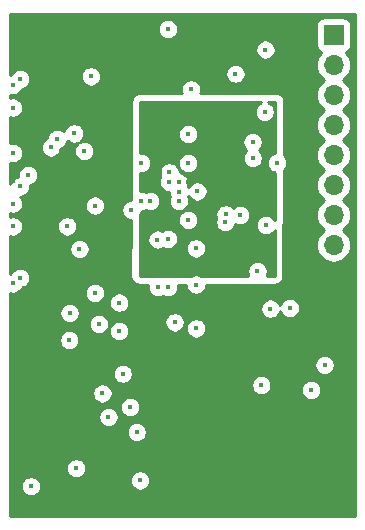
<source format=gbr>
G04 #@! TF.GenerationSoftware,KiCad,Pcbnew,(5.1.0)-1*
G04 #@! TF.CreationDate,2019-04-11T15:43:47-07:00*
G04 #@! TF.ProjectId,MiniScope_V4,4d696e69-5363-46f7-9065-5f56342e6b69,rev?*
G04 #@! TF.SameCoordinates,Original*
G04 #@! TF.FileFunction,Copper,L6,Bot*
G04 #@! TF.FilePolarity,Positive*
%FSLAX46Y46*%
G04 Gerber Fmt 4.6, Leading zero omitted, Abs format (unit mm)*
G04 Created by KiCad (PCBNEW (5.1.0)-1) date 2019-04-11 15:43:47*
%MOMM*%
%LPD*%
G04 APERTURE LIST*
%ADD10O,1.700000X1.700000*%
%ADD11R,1.700000X1.700000*%
%ADD12C,0.450000*%
%ADD13C,0.088900*%
%ADD14C,0.254000*%
G04 APERTURE END LIST*
D10*
X155041600Y-109753400D03*
X155041600Y-107213400D03*
X155041600Y-104673400D03*
X155041600Y-102133400D03*
X155041600Y-99593400D03*
X155041600Y-97053400D03*
X155041600Y-94513400D03*
D11*
X155041600Y-91973400D03*
D12*
X128498600Y-95707200D03*
X127889000Y-113004600D03*
X137185400Y-120650000D03*
X149271920Y-93211720D03*
X129415600Y-130187640D03*
X141005560Y-91485720D03*
X142722600Y-102819200D03*
X141137640Y-103606600D03*
X134482840Y-95478600D03*
X149693200Y-115142440D03*
X153136600Y-122016520D03*
X148918810Y-121621670D03*
X148595080Y-111963200D03*
X143383000Y-113106200D03*
X149204680Y-98480880D03*
X143408400Y-116814600D03*
X133248400Y-128663474D03*
X138658600Y-129692400D03*
X132664200Y-117805200D03*
X149301200Y-108077000D03*
X129175300Y-103835200D03*
X142965600Y-96581800D03*
X146735802Y-95250000D03*
X148191059Y-102418041D03*
X141935200Y-105232200D03*
X141935200Y-106019600D03*
X145897600Y-107162600D03*
X127889000Y-101015797D03*
X127889000Y-104317800D03*
X134482840Y-126918720D03*
X138170920Y-122367040D03*
X142448280Y-94020640D03*
X138170919Y-118516400D03*
X146613880Y-119959120D03*
X127889000Y-96189802D03*
X128498600Y-112522000D03*
X154279600Y-119928640D03*
X135463280Y-122321320D03*
X135168640Y-116443760D03*
X132684520Y-115529360D03*
X143377920Y-110042960D03*
X148176919Y-101058041D03*
X141122400Y-104419400D03*
X141922500Y-104457500D03*
X138747496Y-102806500D03*
X141579600Y-116306600D03*
X142722600Y-100380800D03*
X139522200Y-106019604D03*
X150241000Y-102781100D03*
X127889000Y-101981000D03*
X128498600Y-104800402D03*
X151333200Y-115092480D03*
X143510000Y-105219500D03*
X147142200Y-107213400D03*
X147235080Y-111961760D03*
X149204680Y-99766120D03*
X148513800Y-110312200D03*
X143550640Y-102001320D03*
X140335000Y-103632000D03*
X142722600Y-104419400D03*
X142951200Y-98221800D03*
X134823200Y-106420920D03*
X134823202Y-113807240D03*
X135976360Y-124338080D03*
X137922000Y-106807000D03*
X136890760Y-114635280D03*
X136885680Y-117053360D03*
X140167360Y-113294160D03*
X140131812Y-109296200D03*
X141030960Y-113314480D03*
X141020800Y-109245406D03*
X137820400Y-123489720D03*
X138734800Y-106019600D03*
X138367601Y-125603000D03*
X145872200Y-107817922D03*
X132472711Y-108180151D03*
X127889000Y-108178600D03*
X131631563Y-100763197D03*
X127889000Y-98120200D03*
X133519970Y-110093760D03*
X133913880Y-101798120D03*
X127889000Y-106248200D03*
X133070600Y-100304600D03*
X142722600Y-107619800D03*
X131089400Y-101498400D03*
D13*
X140147040Y-113273840D02*
X140167360Y-113294160D01*
X133519969Y-110093759D02*
X133519970Y-110093760D01*
D14*
G36*
X156820000Y-132690000D02*
G01*
X127660000Y-132690000D01*
X127660000Y-130102937D01*
X128555600Y-130102937D01*
X128555600Y-130272343D01*
X128588649Y-130438493D01*
X128653478Y-130595003D01*
X128747595Y-130735858D01*
X128867382Y-130855645D01*
X129008237Y-130949762D01*
X129164747Y-131014591D01*
X129330897Y-131047640D01*
X129500303Y-131047640D01*
X129666453Y-131014591D01*
X129822963Y-130949762D01*
X129963818Y-130855645D01*
X130083605Y-130735858D01*
X130177722Y-130595003D01*
X130242551Y-130438493D01*
X130275600Y-130272343D01*
X130275600Y-130102937D01*
X130242551Y-129936787D01*
X130177722Y-129780277D01*
X130083605Y-129639422D01*
X130051880Y-129607697D01*
X137798600Y-129607697D01*
X137798600Y-129777103D01*
X137831649Y-129943253D01*
X137896478Y-130099763D01*
X137990595Y-130240618D01*
X138110382Y-130360405D01*
X138251237Y-130454522D01*
X138407747Y-130519351D01*
X138573897Y-130552400D01*
X138743303Y-130552400D01*
X138909453Y-130519351D01*
X139065963Y-130454522D01*
X139206818Y-130360405D01*
X139326605Y-130240618D01*
X139420722Y-130099763D01*
X139485551Y-129943253D01*
X139518600Y-129777103D01*
X139518600Y-129607697D01*
X139485551Y-129441547D01*
X139420722Y-129285037D01*
X139326605Y-129144182D01*
X139206818Y-129024395D01*
X139065963Y-128930278D01*
X138909453Y-128865449D01*
X138743303Y-128832400D01*
X138573897Y-128832400D01*
X138407747Y-128865449D01*
X138251237Y-128930278D01*
X138110382Y-129024395D01*
X137990595Y-129144182D01*
X137896478Y-129285037D01*
X137831649Y-129441547D01*
X137798600Y-129607697D01*
X130051880Y-129607697D01*
X129963818Y-129519635D01*
X129822963Y-129425518D01*
X129666453Y-129360689D01*
X129500303Y-129327640D01*
X129330897Y-129327640D01*
X129164747Y-129360689D01*
X129008237Y-129425518D01*
X128867382Y-129519635D01*
X128747595Y-129639422D01*
X128653478Y-129780277D01*
X128588649Y-129936787D01*
X128555600Y-130102937D01*
X127660000Y-130102937D01*
X127660000Y-128578771D01*
X132388400Y-128578771D01*
X132388400Y-128748177D01*
X132421449Y-128914327D01*
X132486278Y-129070837D01*
X132580395Y-129211692D01*
X132700182Y-129331479D01*
X132841037Y-129425596D01*
X132997547Y-129490425D01*
X133163697Y-129523474D01*
X133333103Y-129523474D01*
X133499253Y-129490425D01*
X133655763Y-129425596D01*
X133796618Y-129331479D01*
X133916405Y-129211692D01*
X134010522Y-129070837D01*
X134075351Y-128914327D01*
X134108400Y-128748177D01*
X134108400Y-128578771D01*
X134075351Y-128412621D01*
X134010522Y-128256111D01*
X133916405Y-128115256D01*
X133796618Y-127995469D01*
X133655763Y-127901352D01*
X133499253Y-127836523D01*
X133333103Y-127803474D01*
X133163697Y-127803474D01*
X132997547Y-127836523D01*
X132841037Y-127901352D01*
X132700182Y-127995469D01*
X132580395Y-128115256D01*
X132486278Y-128256111D01*
X132421449Y-128412621D01*
X132388400Y-128578771D01*
X127660000Y-128578771D01*
X127660000Y-125518297D01*
X137507601Y-125518297D01*
X137507601Y-125687703D01*
X137540650Y-125853853D01*
X137605479Y-126010363D01*
X137699596Y-126151218D01*
X137819383Y-126271005D01*
X137960238Y-126365122D01*
X138116748Y-126429951D01*
X138282898Y-126463000D01*
X138452304Y-126463000D01*
X138618454Y-126429951D01*
X138774964Y-126365122D01*
X138915819Y-126271005D01*
X139035606Y-126151218D01*
X139129723Y-126010363D01*
X139194552Y-125853853D01*
X139227601Y-125687703D01*
X139227601Y-125518297D01*
X139194552Y-125352147D01*
X139129723Y-125195637D01*
X139035606Y-125054782D01*
X138915819Y-124934995D01*
X138774964Y-124840878D01*
X138618454Y-124776049D01*
X138452304Y-124743000D01*
X138282898Y-124743000D01*
X138116748Y-124776049D01*
X137960238Y-124840878D01*
X137819383Y-124934995D01*
X137699596Y-125054782D01*
X137605479Y-125195637D01*
X137540650Y-125352147D01*
X137507601Y-125518297D01*
X127660000Y-125518297D01*
X127660000Y-124253377D01*
X135116360Y-124253377D01*
X135116360Y-124422783D01*
X135149409Y-124588933D01*
X135214238Y-124745443D01*
X135308355Y-124886298D01*
X135428142Y-125006085D01*
X135568997Y-125100202D01*
X135725507Y-125165031D01*
X135891657Y-125198080D01*
X136061063Y-125198080D01*
X136227213Y-125165031D01*
X136383723Y-125100202D01*
X136524578Y-125006085D01*
X136644365Y-124886298D01*
X136738482Y-124745443D01*
X136803311Y-124588933D01*
X136836360Y-124422783D01*
X136836360Y-124253377D01*
X136803311Y-124087227D01*
X136738482Y-123930717D01*
X136644365Y-123789862D01*
X136524578Y-123670075D01*
X136383723Y-123575958D01*
X136227213Y-123511129D01*
X136061063Y-123478080D01*
X135891657Y-123478080D01*
X135725507Y-123511129D01*
X135568997Y-123575958D01*
X135428142Y-123670075D01*
X135308355Y-123789862D01*
X135214238Y-123930717D01*
X135149409Y-124087227D01*
X135116360Y-124253377D01*
X127660000Y-124253377D01*
X127660000Y-123405017D01*
X136960400Y-123405017D01*
X136960400Y-123574423D01*
X136993449Y-123740573D01*
X137058278Y-123897083D01*
X137152395Y-124037938D01*
X137272182Y-124157725D01*
X137413037Y-124251842D01*
X137569547Y-124316671D01*
X137735697Y-124349720D01*
X137905103Y-124349720D01*
X138071253Y-124316671D01*
X138227763Y-124251842D01*
X138368618Y-124157725D01*
X138488405Y-124037938D01*
X138582522Y-123897083D01*
X138647351Y-123740573D01*
X138680400Y-123574423D01*
X138680400Y-123405017D01*
X138647351Y-123238867D01*
X138582522Y-123082357D01*
X138488405Y-122941502D01*
X138368618Y-122821715D01*
X138227763Y-122727598D01*
X138071253Y-122662769D01*
X137905103Y-122629720D01*
X137735697Y-122629720D01*
X137569547Y-122662769D01*
X137413037Y-122727598D01*
X137272182Y-122821715D01*
X137152395Y-122941502D01*
X137058278Y-123082357D01*
X136993449Y-123238867D01*
X136960400Y-123405017D01*
X127660000Y-123405017D01*
X127660000Y-122236617D01*
X134603280Y-122236617D01*
X134603280Y-122406023D01*
X134636329Y-122572173D01*
X134701158Y-122728683D01*
X134795275Y-122869538D01*
X134915062Y-122989325D01*
X135055917Y-123083442D01*
X135212427Y-123148271D01*
X135378577Y-123181320D01*
X135547983Y-123181320D01*
X135714133Y-123148271D01*
X135870643Y-123083442D01*
X136011498Y-122989325D01*
X136131285Y-122869538D01*
X136225402Y-122728683D01*
X136290231Y-122572173D01*
X136323280Y-122406023D01*
X136323280Y-122236617D01*
X136290231Y-122070467D01*
X136225402Y-121913957D01*
X136131285Y-121773102D01*
X136011498Y-121653315D01*
X135870643Y-121559198D01*
X135816973Y-121536967D01*
X148058810Y-121536967D01*
X148058810Y-121706373D01*
X148091859Y-121872523D01*
X148156688Y-122029033D01*
X148250805Y-122169888D01*
X148370592Y-122289675D01*
X148511447Y-122383792D01*
X148667957Y-122448621D01*
X148834107Y-122481670D01*
X149003513Y-122481670D01*
X149169663Y-122448621D01*
X149326173Y-122383792D01*
X149467028Y-122289675D01*
X149586815Y-122169888D01*
X149680932Y-122029033D01*
X149721200Y-121931817D01*
X152276600Y-121931817D01*
X152276600Y-122101223D01*
X152309649Y-122267373D01*
X152374478Y-122423883D01*
X152468595Y-122564738D01*
X152588382Y-122684525D01*
X152729237Y-122778642D01*
X152885747Y-122843471D01*
X153051897Y-122876520D01*
X153221303Y-122876520D01*
X153387453Y-122843471D01*
X153543963Y-122778642D01*
X153684818Y-122684525D01*
X153804605Y-122564738D01*
X153898722Y-122423883D01*
X153963551Y-122267373D01*
X153996600Y-122101223D01*
X153996600Y-121931817D01*
X153963551Y-121765667D01*
X153898722Y-121609157D01*
X153804605Y-121468302D01*
X153684818Y-121348515D01*
X153543963Y-121254398D01*
X153387453Y-121189569D01*
X153221303Y-121156520D01*
X153051897Y-121156520D01*
X152885747Y-121189569D01*
X152729237Y-121254398D01*
X152588382Y-121348515D01*
X152468595Y-121468302D01*
X152374478Y-121609157D01*
X152309649Y-121765667D01*
X152276600Y-121931817D01*
X149721200Y-121931817D01*
X149745761Y-121872523D01*
X149778810Y-121706373D01*
X149778810Y-121536967D01*
X149745761Y-121370817D01*
X149680932Y-121214307D01*
X149586815Y-121073452D01*
X149467028Y-120953665D01*
X149326173Y-120859548D01*
X149169663Y-120794719D01*
X149003513Y-120761670D01*
X148834107Y-120761670D01*
X148667957Y-120794719D01*
X148511447Y-120859548D01*
X148370592Y-120953665D01*
X148250805Y-121073452D01*
X148156688Y-121214307D01*
X148091859Y-121370817D01*
X148058810Y-121536967D01*
X135816973Y-121536967D01*
X135714133Y-121494369D01*
X135547983Y-121461320D01*
X135378577Y-121461320D01*
X135212427Y-121494369D01*
X135055917Y-121559198D01*
X134915062Y-121653315D01*
X134795275Y-121773102D01*
X134701158Y-121913957D01*
X134636329Y-122070467D01*
X134603280Y-122236617D01*
X127660000Y-122236617D01*
X127660000Y-120565297D01*
X136325400Y-120565297D01*
X136325400Y-120734703D01*
X136358449Y-120900853D01*
X136423278Y-121057363D01*
X136517395Y-121198218D01*
X136637182Y-121318005D01*
X136778037Y-121412122D01*
X136934547Y-121476951D01*
X137100697Y-121510000D01*
X137270103Y-121510000D01*
X137436253Y-121476951D01*
X137592763Y-121412122D01*
X137733618Y-121318005D01*
X137853405Y-121198218D01*
X137947522Y-121057363D01*
X138012351Y-120900853D01*
X138045400Y-120734703D01*
X138045400Y-120565297D01*
X138012351Y-120399147D01*
X137947522Y-120242637D01*
X137853405Y-120101782D01*
X137733618Y-119981995D01*
X137592763Y-119887878D01*
X137486681Y-119843937D01*
X153419600Y-119843937D01*
X153419600Y-120013343D01*
X153452649Y-120179493D01*
X153517478Y-120336003D01*
X153611595Y-120476858D01*
X153731382Y-120596645D01*
X153872237Y-120690762D01*
X154028747Y-120755591D01*
X154194897Y-120788640D01*
X154364303Y-120788640D01*
X154530453Y-120755591D01*
X154686963Y-120690762D01*
X154827818Y-120596645D01*
X154947605Y-120476858D01*
X155041722Y-120336003D01*
X155106551Y-120179493D01*
X155139600Y-120013343D01*
X155139600Y-119843937D01*
X155106551Y-119677787D01*
X155041722Y-119521277D01*
X154947605Y-119380422D01*
X154827818Y-119260635D01*
X154686963Y-119166518D01*
X154530453Y-119101689D01*
X154364303Y-119068640D01*
X154194897Y-119068640D01*
X154028747Y-119101689D01*
X153872237Y-119166518D01*
X153731382Y-119260635D01*
X153611595Y-119380422D01*
X153517478Y-119521277D01*
X153452649Y-119677787D01*
X153419600Y-119843937D01*
X137486681Y-119843937D01*
X137436253Y-119823049D01*
X137270103Y-119790000D01*
X137100697Y-119790000D01*
X136934547Y-119823049D01*
X136778037Y-119887878D01*
X136637182Y-119981995D01*
X136517395Y-120101782D01*
X136423278Y-120242637D01*
X136358449Y-120399147D01*
X136325400Y-120565297D01*
X127660000Y-120565297D01*
X127660000Y-117720497D01*
X131804200Y-117720497D01*
X131804200Y-117889903D01*
X131837249Y-118056053D01*
X131902078Y-118212563D01*
X131996195Y-118353418D01*
X132115982Y-118473205D01*
X132256837Y-118567322D01*
X132413347Y-118632151D01*
X132579497Y-118665200D01*
X132748903Y-118665200D01*
X132915053Y-118632151D01*
X133071563Y-118567322D01*
X133212418Y-118473205D01*
X133332205Y-118353418D01*
X133426322Y-118212563D01*
X133491151Y-118056053D01*
X133524200Y-117889903D01*
X133524200Y-117720497D01*
X133491151Y-117554347D01*
X133426322Y-117397837D01*
X133332205Y-117256982D01*
X133212418Y-117137195D01*
X133071563Y-117043078D01*
X132915053Y-116978249D01*
X132748903Y-116945200D01*
X132579497Y-116945200D01*
X132413347Y-116978249D01*
X132256837Y-117043078D01*
X132115982Y-117137195D01*
X131996195Y-117256982D01*
X131902078Y-117397837D01*
X131837249Y-117554347D01*
X131804200Y-117720497D01*
X127660000Y-117720497D01*
X127660000Y-115444657D01*
X131824520Y-115444657D01*
X131824520Y-115614063D01*
X131857569Y-115780213D01*
X131922398Y-115936723D01*
X132016515Y-116077578D01*
X132136302Y-116197365D01*
X132277157Y-116291482D01*
X132433667Y-116356311D01*
X132599817Y-116389360D01*
X132769223Y-116389360D01*
X132921567Y-116359057D01*
X134308640Y-116359057D01*
X134308640Y-116528463D01*
X134341689Y-116694613D01*
X134406518Y-116851123D01*
X134500635Y-116991978D01*
X134620422Y-117111765D01*
X134761277Y-117205882D01*
X134917787Y-117270711D01*
X135083937Y-117303760D01*
X135253343Y-117303760D01*
X135419493Y-117270711D01*
X135576003Y-117205882D01*
X135716858Y-117111765D01*
X135836645Y-116991978D01*
X135852227Y-116968657D01*
X136025680Y-116968657D01*
X136025680Y-117138063D01*
X136058729Y-117304213D01*
X136123558Y-117460723D01*
X136217675Y-117601578D01*
X136337462Y-117721365D01*
X136478317Y-117815482D01*
X136634827Y-117880311D01*
X136800977Y-117913360D01*
X136970383Y-117913360D01*
X137136533Y-117880311D01*
X137293043Y-117815482D01*
X137433898Y-117721365D01*
X137553685Y-117601578D01*
X137647802Y-117460723D01*
X137712631Y-117304213D01*
X137745680Y-117138063D01*
X137745680Y-116968657D01*
X137712631Y-116802507D01*
X137647802Y-116645997D01*
X137553685Y-116505142D01*
X137433898Y-116385355D01*
X137293043Y-116291238D01*
X137136533Y-116226409D01*
X137113850Y-116221897D01*
X140719600Y-116221897D01*
X140719600Y-116391303D01*
X140752649Y-116557453D01*
X140817478Y-116713963D01*
X140911595Y-116854818D01*
X141031382Y-116974605D01*
X141172237Y-117068722D01*
X141328747Y-117133551D01*
X141494897Y-117166600D01*
X141664303Y-117166600D01*
X141830453Y-117133551D01*
X141986963Y-117068722D01*
X142127818Y-116974605D01*
X142247605Y-116854818D01*
X142331075Y-116729897D01*
X142548400Y-116729897D01*
X142548400Y-116899303D01*
X142581449Y-117065453D01*
X142646278Y-117221963D01*
X142740395Y-117362818D01*
X142860182Y-117482605D01*
X143001037Y-117576722D01*
X143157547Y-117641551D01*
X143323697Y-117674600D01*
X143493103Y-117674600D01*
X143659253Y-117641551D01*
X143815763Y-117576722D01*
X143956618Y-117482605D01*
X144076405Y-117362818D01*
X144170522Y-117221963D01*
X144235351Y-117065453D01*
X144268400Y-116899303D01*
X144268400Y-116729897D01*
X144235351Y-116563747D01*
X144170522Y-116407237D01*
X144076405Y-116266382D01*
X143956618Y-116146595D01*
X143815763Y-116052478D01*
X143659253Y-115987649D01*
X143493103Y-115954600D01*
X143323697Y-115954600D01*
X143157547Y-115987649D01*
X143001037Y-116052478D01*
X142860182Y-116146595D01*
X142740395Y-116266382D01*
X142646278Y-116407237D01*
X142581449Y-116563747D01*
X142548400Y-116729897D01*
X142331075Y-116729897D01*
X142341722Y-116713963D01*
X142406551Y-116557453D01*
X142439600Y-116391303D01*
X142439600Y-116221897D01*
X142406551Y-116055747D01*
X142341722Y-115899237D01*
X142247605Y-115758382D01*
X142127818Y-115638595D01*
X141986963Y-115544478D01*
X141830453Y-115479649D01*
X141664303Y-115446600D01*
X141494897Y-115446600D01*
X141328747Y-115479649D01*
X141172237Y-115544478D01*
X141031382Y-115638595D01*
X140911595Y-115758382D01*
X140817478Y-115899237D01*
X140752649Y-116055747D01*
X140719600Y-116221897D01*
X137113850Y-116221897D01*
X136970383Y-116193360D01*
X136800977Y-116193360D01*
X136634827Y-116226409D01*
X136478317Y-116291238D01*
X136337462Y-116385355D01*
X136217675Y-116505142D01*
X136123558Y-116645997D01*
X136058729Y-116802507D01*
X136025680Y-116968657D01*
X135852227Y-116968657D01*
X135930762Y-116851123D01*
X135995591Y-116694613D01*
X136028640Y-116528463D01*
X136028640Y-116359057D01*
X135995591Y-116192907D01*
X135930762Y-116036397D01*
X135836645Y-115895542D01*
X135716858Y-115775755D01*
X135576003Y-115681638D01*
X135419493Y-115616809D01*
X135253343Y-115583760D01*
X135083937Y-115583760D01*
X134917787Y-115616809D01*
X134761277Y-115681638D01*
X134620422Y-115775755D01*
X134500635Y-115895542D01*
X134406518Y-116036397D01*
X134341689Y-116192907D01*
X134308640Y-116359057D01*
X132921567Y-116359057D01*
X132935373Y-116356311D01*
X133091883Y-116291482D01*
X133232738Y-116197365D01*
X133352525Y-116077578D01*
X133446642Y-115936723D01*
X133511471Y-115780213D01*
X133544520Y-115614063D01*
X133544520Y-115444657D01*
X133511471Y-115278507D01*
X133446642Y-115121997D01*
X133352525Y-114981142D01*
X133232738Y-114861355D01*
X133091883Y-114767238D01*
X132935373Y-114702409D01*
X132769223Y-114669360D01*
X132599817Y-114669360D01*
X132433667Y-114702409D01*
X132277157Y-114767238D01*
X132136302Y-114861355D01*
X132016515Y-114981142D01*
X131922398Y-115121997D01*
X131857569Y-115278507D01*
X131824520Y-115444657D01*
X127660000Y-115444657D01*
X127660000Y-113835898D01*
X127804297Y-113864600D01*
X127973703Y-113864600D01*
X128139853Y-113831551D01*
X128296363Y-113766722D01*
X128362490Y-113722537D01*
X133963202Y-113722537D01*
X133963202Y-113891943D01*
X133996251Y-114058093D01*
X134061080Y-114214603D01*
X134155197Y-114355458D01*
X134274984Y-114475245D01*
X134415839Y-114569362D01*
X134572349Y-114634191D01*
X134738499Y-114667240D01*
X134907905Y-114667240D01*
X135074055Y-114634191D01*
X135230565Y-114569362D01*
X135258678Y-114550577D01*
X136030760Y-114550577D01*
X136030760Y-114719983D01*
X136063809Y-114886133D01*
X136128638Y-115042643D01*
X136222755Y-115183498D01*
X136342542Y-115303285D01*
X136483397Y-115397402D01*
X136639907Y-115462231D01*
X136806057Y-115495280D01*
X136975463Y-115495280D01*
X137141613Y-115462231D01*
X137298123Y-115397402D01*
X137438978Y-115303285D01*
X137558765Y-115183498D01*
X137642796Y-115057737D01*
X148833200Y-115057737D01*
X148833200Y-115227143D01*
X148866249Y-115393293D01*
X148931078Y-115549803D01*
X149025195Y-115690658D01*
X149144982Y-115810445D01*
X149285837Y-115904562D01*
X149442347Y-115969391D01*
X149608497Y-116002440D01*
X149777903Y-116002440D01*
X149944053Y-115969391D01*
X150100563Y-115904562D01*
X150241418Y-115810445D01*
X150361205Y-115690658D01*
X150455322Y-115549803D01*
X150520151Y-115393293D01*
X150522355Y-115382215D01*
X150571078Y-115499843D01*
X150665195Y-115640698D01*
X150784982Y-115760485D01*
X150925837Y-115854602D01*
X151082347Y-115919431D01*
X151248497Y-115952480D01*
X151417903Y-115952480D01*
X151584053Y-115919431D01*
X151740563Y-115854602D01*
X151881418Y-115760485D01*
X152001205Y-115640698D01*
X152095322Y-115499843D01*
X152160151Y-115343333D01*
X152193200Y-115177183D01*
X152193200Y-115007777D01*
X152160151Y-114841627D01*
X152095322Y-114685117D01*
X152001205Y-114544262D01*
X151881418Y-114424475D01*
X151740563Y-114330358D01*
X151584053Y-114265529D01*
X151417903Y-114232480D01*
X151248497Y-114232480D01*
X151082347Y-114265529D01*
X150925837Y-114330358D01*
X150784982Y-114424475D01*
X150665195Y-114544262D01*
X150571078Y-114685117D01*
X150506249Y-114841627D01*
X150504045Y-114852705D01*
X150455322Y-114735077D01*
X150361205Y-114594222D01*
X150241418Y-114474435D01*
X150100563Y-114380318D01*
X149944053Y-114315489D01*
X149777903Y-114282440D01*
X149608497Y-114282440D01*
X149442347Y-114315489D01*
X149285837Y-114380318D01*
X149144982Y-114474435D01*
X149025195Y-114594222D01*
X148931078Y-114735077D01*
X148866249Y-114891587D01*
X148833200Y-115057737D01*
X137642796Y-115057737D01*
X137652882Y-115042643D01*
X137717711Y-114886133D01*
X137750760Y-114719983D01*
X137750760Y-114550577D01*
X137717711Y-114384427D01*
X137652882Y-114227917D01*
X137558765Y-114087062D01*
X137438978Y-113967275D01*
X137298123Y-113873158D01*
X137141613Y-113808329D01*
X136975463Y-113775280D01*
X136806057Y-113775280D01*
X136639907Y-113808329D01*
X136483397Y-113873158D01*
X136342542Y-113967275D01*
X136222755Y-114087062D01*
X136128638Y-114227917D01*
X136063809Y-114384427D01*
X136030760Y-114550577D01*
X135258678Y-114550577D01*
X135371420Y-114475245D01*
X135491207Y-114355458D01*
X135585324Y-114214603D01*
X135650153Y-114058093D01*
X135683202Y-113891943D01*
X135683202Y-113722537D01*
X135650153Y-113556387D01*
X135585324Y-113399877D01*
X135491207Y-113259022D01*
X135371420Y-113139235D01*
X135230565Y-113045118D01*
X135074055Y-112980289D01*
X134907905Y-112947240D01*
X134738499Y-112947240D01*
X134572349Y-112980289D01*
X134415839Y-113045118D01*
X134274984Y-113139235D01*
X134155197Y-113259022D01*
X134061080Y-113399877D01*
X133996251Y-113556387D01*
X133963202Y-113722537D01*
X128362490Y-113722537D01*
X128437218Y-113672605D01*
X128557005Y-113552818D01*
X128651122Y-113411963D01*
X128670737Y-113364608D01*
X128749453Y-113348951D01*
X128905963Y-113284122D01*
X129046818Y-113190005D01*
X129166605Y-113070218D01*
X129260722Y-112929363D01*
X129325551Y-112772853D01*
X129358600Y-112606703D01*
X129358600Y-112437297D01*
X129325551Y-112271147D01*
X129260722Y-112114637D01*
X129166605Y-111973782D01*
X129046818Y-111853995D01*
X128905963Y-111759878D01*
X128749453Y-111695049D01*
X128583303Y-111662000D01*
X128413897Y-111662000D01*
X128247747Y-111695049D01*
X128091237Y-111759878D01*
X127950382Y-111853995D01*
X127830595Y-111973782D01*
X127736478Y-112114637D01*
X127716863Y-112161992D01*
X127660000Y-112173302D01*
X127660000Y-110009057D01*
X132659970Y-110009057D01*
X132659970Y-110178463D01*
X132693019Y-110344613D01*
X132757848Y-110501123D01*
X132851965Y-110641978D01*
X132971752Y-110761765D01*
X133112607Y-110855882D01*
X133269117Y-110920711D01*
X133435267Y-110953760D01*
X133604673Y-110953760D01*
X133770823Y-110920711D01*
X133927333Y-110855882D01*
X134068188Y-110761765D01*
X134187975Y-110641978D01*
X134282092Y-110501123D01*
X134346921Y-110344613D01*
X134379970Y-110178463D01*
X134379970Y-110009057D01*
X134346921Y-109842907D01*
X134282092Y-109686397D01*
X134187975Y-109545542D01*
X134068188Y-109425755D01*
X133927333Y-109331638D01*
X133770823Y-109266809D01*
X133604673Y-109233760D01*
X133435267Y-109233760D01*
X133269117Y-109266809D01*
X133112607Y-109331638D01*
X132971752Y-109425755D01*
X132851965Y-109545542D01*
X132757848Y-109686397D01*
X132693019Y-109842907D01*
X132659970Y-110009057D01*
X127660000Y-110009057D01*
X127660000Y-109009898D01*
X127804297Y-109038600D01*
X127973703Y-109038600D01*
X128139853Y-109005551D01*
X128296363Y-108940722D01*
X128437218Y-108846605D01*
X128557005Y-108726818D01*
X128651122Y-108585963D01*
X128715951Y-108429453D01*
X128749000Y-108263303D01*
X128749000Y-108095448D01*
X131612711Y-108095448D01*
X131612711Y-108264854D01*
X131645760Y-108431004D01*
X131710589Y-108587514D01*
X131804706Y-108728369D01*
X131924493Y-108848156D01*
X132065348Y-108942273D01*
X132221858Y-109007102D01*
X132388008Y-109040151D01*
X132557414Y-109040151D01*
X132723564Y-109007102D01*
X132880074Y-108942273D01*
X133020929Y-108848156D01*
X133140716Y-108728369D01*
X133234833Y-108587514D01*
X133299662Y-108431004D01*
X133332711Y-108264854D01*
X133332711Y-108095448D01*
X133299662Y-107929298D01*
X133234833Y-107772788D01*
X133140716Y-107631933D01*
X133020929Y-107512146D01*
X132880074Y-107418029D01*
X132723564Y-107353200D01*
X132557414Y-107320151D01*
X132388008Y-107320151D01*
X132221858Y-107353200D01*
X132065348Y-107418029D01*
X131924493Y-107512146D01*
X131804706Y-107631933D01*
X131710589Y-107772788D01*
X131645760Y-107929298D01*
X131612711Y-108095448D01*
X128749000Y-108095448D01*
X128749000Y-108093897D01*
X128715951Y-107927747D01*
X128651122Y-107771237D01*
X128557005Y-107630382D01*
X128437218Y-107510595D01*
X128296363Y-107416478D01*
X128139853Y-107351649D01*
X127973703Y-107318600D01*
X127804297Y-107318600D01*
X127660000Y-107347302D01*
X127660000Y-107079498D01*
X127804297Y-107108200D01*
X127973703Y-107108200D01*
X128139853Y-107075151D01*
X128296363Y-107010322D01*
X128437218Y-106916205D01*
X128557005Y-106796418D01*
X128651122Y-106655563D01*
X128715951Y-106499053D01*
X128748340Y-106336217D01*
X133963200Y-106336217D01*
X133963200Y-106505623D01*
X133996249Y-106671773D01*
X134061078Y-106828283D01*
X134155195Y-106969138D01*
X134274982Y-107088925D01*
X134415837Y-107183042D01*
X134572347Y-107247871D01*
X134738497Y-107280920D01*
X134907903Y-107280920D01*
X135074053Y-107247871D01*
X135230563Y-107183042D01*
X135371418Y-107088925D01*
X135491205Y-106969138D01*
X135585322Y-106828283D01*
X135629223Y-106722297D01*
X137062000Y-106722297D01*
X137062000Y-106891703D01*
X137095049Y-107057853D01*
X137159878Y-107214363D01*
X137253995Y-107355218D01*
X137373782Y-107475005D01*
X137514637Y-107569122D01*
X137671147Y-107633951D01*
X137837297Y-107667000D01*
X137870303Y-107667000D01*
X137845808Y-112467960D01*
X137858001Y-112595082D01*
X137894136Y-112714204D01*
X137952817Y-112823987D01*
X138031787Y-112920213D01*
X138128013Y-112999183D01*
X138237796Y-113057864D01*
X138356918Y-113093999D01*
X138480800Y-113106200D01*
X139327899Y-113106200D01*
X139307360Y-113209457D01*
X139307360Y-113378863D01*
X139340409Y-113545013D01*
X139405238Y-113701523D01*
X139499355Y-113842378D01*
X139619142Y-113962165D01*
X139759997Y-114056282D01*
X139916507Y-114121111D01*
X140082657Y-114154160D01*
X140252063Y-114154160D01*
X140418213Y-114121111D01*
X140574723Y-114056282D01*
X140583955Y-114050114D01*
X140623597Y-114076602D01*
X140780107Y-114141431D01*
X140946257Y-114174480D01*
X141115663Y-114174480D01*
X141281813Y-114141431D01*
X141438323Y-114076602D01*
X141579178Y-113982485D01*
X141698965Y-113862698D01*
X141793082Y-113721843D01*
X141857911Y-113565333D01*
X141890960Y-113399183D01*
X141890960Y-113229777D01*
X141866379Y-113106200D01*
X142523000Y-113106200D01*
X142523000Y-113190903D01*
X142556049Y-113357053D01*
X142620878Y-113513563D01*
X142714995Y-113654418D01*
X142834782Y-113774205D01*
X142975637Y-113868322D01*
X143132147Y-113933151D01*
X143298297Y-113966200D01*
X143467703Y-113966200D01*
X143633853Y-113933151D01*
X143790363Y-113868322D01*
X143931218Y-113774205D01*
X144051005Y-113654418D01*
X144145122Y-113513563D01*
X144209951Y-113357053D01*
X144243000Y-113190903D01*
X144243000Y-113106200D01*
X150164800Y-113106200D01*
X150285503Y-113094623D01*
X150404808Y-113059096D01*
X150514889Y-113000976D01*
X150611516Y-112922498D01*
X150690976Y-112826676D01*
X150750216Y-112717194D01*
X150786959Y-112598258D01*
X150799792Y-112474440D01*
X150846130Y-103392193D01*
X150909005Y-103329318D01*
X151003122Y-103188463D01*
X151067951Y-103031953D01*
X151101000Y-102865803D01*
X151101000Y-102696397D01*
X151067951Y-102530247D01*
X151003122Y-102373737D01*
X150909005Y-102232882D01*
X150852334Y-102176211D01*
X150875992Y-97539240D01*
X150863799Y-97412118D01*
X150827664Y-97292996D01*
X150768983Y-97183213D01*
X150690013Y-97086987D01*
X150593787Y-97008017D01*
X150484004Y-96949336D01*
X150364882Y-96913201D01*
X150241000Y-96901000D01*
X143764241Y-96901000D01*
X143792551Y-96832653D01*
X143825600Y-96666503D01*
X143825600Y-96497097D01*
X143792551Y-96330947D01*
X143727722Y-96174437D01*
X143633605Y-96033582D01*
X143513818Y-95913795D01*
X143372963Y-95819678D01*
X143216453Y-95754849D01*
X143050303Y-95721800D01*
X142880897Y-95721800D01*
X142714747Y-95754849D01*
X142558237Y-95819678D01*
X142417382Y-95913795D01*
X142297595Y-96033582D01*
X142203478Y-96174437D01*
X142138649Y-96330947D01*
X142105600Y-96497097D01*
X142105600Y-96666503D01*
X142138649Y-96832653D01*
X142166959Y-96901000D01*
X138557000Y-96901000D01*
X138436297Y-96912577D01*
X138316992Y-96948104D01*
X138206911Y-97006224D01*
X138110284Y-97084702D01*
X138030824Y-97180524D01*
X137971584Y-97290006D01*
X137934841Y-97408942D01*
X137922008Y-97532760D01*
X137895745Y-102680327D01*
X137887496Y-102721797D01*
X137887496Y-102891203D01*
X137894490Y-102926363D01*
X137879254Y-105912504D01*
X137874800Y-105934897D01*
X137874800Y-105947000D01*
X137837297Y-105947000D01*
X137671147Y-105980049D01*
X137514637Y-106044878D01*
X137373782Y-106138995D01*
X137253995Y-106258782D01*
X137159878Y-106399637D01*
X137095049Y-106556147D01*
X137062000Y-106722297D01*
X135629223Y-106722297D01*
X135650151Y-106671773D01*
X135683200Y-106505623D01*
X135683200Y-106336217D01*
X135650151Y-106170067D01*
X135585322Y-106013557D01*
X135491205Y-105872702D01*
X135371418Y-105752915D01*
X135230563Y-105658798D01*
X135074053Y-105593969D01*
X134907903Y-105560920D01*
X134738497Y-105560920D01*
X134572347Y-105593969D01*
X134415837Y-105658798D01*
X134274982Y-105752915D01*
X134155195Y-105872702D01*
X134061078Y-106013557D01*
X133996249Y-106170067D01*
X133963200Y-106336217D01*
X128748340Y-106336217D01*
X128749000Y-106332903D01*
X128749000Y-106163497D01*
X128715951Y-105997347D01*
X128651122Y-105840837D01*
X128557005Y-105699982D01*
X128517425Y-105660402D01*
X128583303Y-105660402D01*
X128749453Y-105627353D01*
X128905963Y-105562524D01*
X129046818Y-105468407D01*
X129166605Y-105348620D01*
X129260722Y-105207765D01*
X129325551Y-105051255D01*
X129358600Y-104885105D01*
X129358600Y-104715699D01*
X129350925Y-104677115D01*
X129426153Y-104662151D01*
X129582663Y-104597322D01*
X129723518Y-104503205D01*
X129843305Y-104383418D01*
X129937422Y-104242563D01*
X130002251Y-104086053D01*
X130035300Y-103919903D01*
X130035300Y-103750497D01*
X130002251Y-103584347D01*
X129937422Y-103427837D01*
X129843305Y-103286982D01*
X129723518Y-103167195D01*
X129582663Y-103073078D01*
X129426153Y-103008249D01*
X129260003Y-102975200D01*
X129090597Y-102975200D01*
X128924447Y-103008249D01*
X128767937Y-103073078D01*
X128627082Y-103167195D01*
X128507295Y-103286982D01*
X128413178Y-103427837D01*
X128348349Y-103584347D01*
X128315300Y-103750497D01*
X128315300Y-103919903D01*
X128322975Y-103958487D01*
X128247747Y-103973451D01*
X128091237Y-104038280D01*
X127950382Y-104132397D01*
X127830595Y-104252184D01*
X127736478Y-104393039D01*
X127671649Y-104549549D01*
X127660000Y-104608113D01*
X127660000Y-102812298D01*
X127804297Y-102841000D01*
X127973703Y-102841000D01*
X128139853Y-102807951D01*
X128296363Y-102743122D01*
X128437218Y-102649005D01*
X128557005Y-102529218D01*
X128651122Y-102388363D01*
X128715951Y-102231853D01*
X128749000Y-102065703D01*
X128749000Y-101896297D01*
X128715951Y-101730147D01*
X128651122Y-101573637D01*
X128557005Y-101432782D01*
X128537920Y-101413697D01*
X130229400Y-101413697D01*
X130229400Y-101583103D01*
X130262449Y-101749253D01*
X130327278Y-101905763D01*
X130421395Y-102046618D01*
X130541182Y-102166405D01*
X130682037Y-102260522D01*
X130838547Y-102325351D01*
X131004697Y-102358400D01*
X131174103Y-102358400D01*
X131340253Y-102325351D01*
X131496763Y-102260522D01*
X131637618Y-102166405D01*
X131757405Y-102046618D01*
X131851522Y-101905763D01*
X131916351Y-101749253D01*
X131949400Y-101583103D01*
X131949400Y-101562402D01*
X132038926Y-101525319D01*
X132179781Y-101431202D01*
X132299568Y-101311415D01*
X132393685Y-101170560D01*
X132458514Y-101014050D01*
X132475986Y-100926209D01*
X132522382Y-100972605D01*
X132663237Y-101066722D01*
X132819747Y-101131551D01*
X132985897Y-101164600D01*
X133155303Y-101164600D01*
X133321453Y-101131551D01*
X133432112Y-101085714D01*
X133365662Y-101130115D01*
X133245875Y-101249902D01*
X133151758Y-101390757D01*
X133086929Y-101547267D01*
X133053880Y-101713417D01*
X133053880Y-101882823D01*
X133086929Y-102048973D01*
X133151758Y-102205483D01*
X133245875Y-102346338D01*
X133365662Y-102466125D01*
X133506517Y-102560242D01*
X133663027Y-102625071D01*
X133829177Y-102658120D01*
X133998583Y-102658120D01*
X134164733Y-102625071D01*
X134321243Y-102560242D01*
X134462098Y-102466125D01*
X134581885Y-102346338D01*
X134676002Y-102205483D01*
X134740831Y-102048973D01*
X134773880Y-101882823D01*
X134773880Y-101713417D01*
X134740831Y-101547267D01*
X134676002Y-101390757D01*
X134581885Y-101249902D01*
X134462098Y-101130115D01*
X134321243Y-101035998D01*
X134164733Y-100971169D01*
X133998583Y-100938120D01*
X133829177Y-100938120D01*
X133663027Y-100971169D01*
X133552368Y-101017006D01*
X133618818Y-100972605D01*
X133738605Y-100852818D01*
X133832722Y-100711963D01*
X133897551Y-100555453D01*
X133930600Y-100389303D01*
X133930600Y-100219897D01*
X133897551Y-100053747D01*
X133832722Y-99897237D01*
X133738605Y-99756382D01*
X133618818Y-99636595D01*
X133477963Y-99542478D01*
X133321453Y-99477649D01*
X133155303Y-99444600D01*
X132985897Y-99444600D01*
X132819747Y-99477649D01*
X132663237Y-99542478D01*
X132522382Y-99636595D01*
X132402595Y-99756382D01*
X132308478Y-99897237D01*
X132243649Y-100053747D01*
X132226177Y-100141588D01*
X132179781Y-100095192D01*
X132038926Y-100001075D01*
X131882416Y-99936246D01*
X131716266Y-99903197D01*
X131546860Y-99903197D01*
X131380710Y-99936246D01*
X131224200Y-100001075D01*
X131083345Y-100095192D01*
X130963558Y-100214979D01*
X130869441Y-100355834D01*
X130804612Y-100512344D01*
X130771563Y-100678494D01*
X130771563Y-100699195D01*
X130682037Y-100736278D01*
X130541182Y-100830395D01*
X130421395Y-100950182D01*
X130327278Y-101091037D01*
X130262449Y-101247547D01*
X130229400Y-101413697D01*
X128537920Y-101413697D01*
X128437218Y-101312995D01*
X128296363Y-101218878D01*
X128139853Y-101154049D01*
X127973703Y-101121000D01*
X127804297Y-101121000D01*
X127660000Y-101149702D01*
X127660000Y-98951498D01*
X127804297Y-98980200D01*
X127973703Y-98980200D01*
X128139853Y-98947151D01*
X128296363Y-98882322D01*
X128437218Y-98788205D01*
X128557005Y-98668418D01*
X128651122Y-98527563D01*
X128715951Y-98371053D01*
X128749000Y-98204903D01*
X128749000Y-98035497D01*
X128715951Y-97869347D01*
X128651122Y-97712837D01*
X128557005Y-97571982D01*
X128437218Y-97452195D01*
X128296363Y-97358078D01*
X128139853Y-97293249D01*
X127973703Y-97260200D01*
X127804297Y-97260200D01*
X127660000Y-97288902D01*
X127660000Y-97021100D01*
X127804297Y-97049802D01*
X127973703Y-97049802D01*
X128139853Y-97016753D01*
X128296363Y-96951924D01*
X128437218Y-96857807D01*
X128557005Y-96738020D01*
X128651122Y-96597165D01*
X128670738Y-96549808D01*
X128749453Y-96534151D01*
X128905963Y-96469322D01*
X129046818Y-96375205D01*
X129166605Y-96255418D01*
X129260722Y-96114563D01*
X129325551Y-95958053D01*
X129358600Y-95791903D01*
X129358600Y-95622497D01*
X129325551Y-95456347D01*
X129299684Y-95393897D01*
X133622840Y-95393897D01*
X133622840Y-95563303D01*
X133655889Y-95729453D01*
X133720718Y-95885963D01*
X133814835Y-96026818D01*
X133934622Y-96146605D01*
X134075477Y-96240722D01*
X134231987Y-96305551D01*
X134398137Y-96338600D01*
X134567543Y-96338600D01*
X134733693Y-96305551D01*
X134890203Y-96240722D01*
X135031058Y-96146605D01*
X135150845Y-96026818D01*
X135244962Y-95885963D01*
X135309791Y-95729453D01*
X135342840Y-95563303D01*
X135342840Y-95393897D01*
X135309791Y-95227747D01*
X135283924Y-95165297D01*
X145875802Y-95165297D01*
X145875802Y-95334703D01*
X145908851Y-95500853D01*
X145973680Y-95657363D01*
X146067797Y-95798218D01*
X146187584Y-95918005D01*
X146328439Y-96012122D01*
X146484949Y-96076951D01*
X146651099Y-96110000D01*
X146820505Y-96110000D01*
X146986655Y-96076951D01*
X147143165Y-96012122D01*
X147284020Y-95918005D01*
X147403807Y-95798218D01*
X147497924Y-95657363D01*
X147562753Y-95500853D01*
X147595802Y-95334703D01*
X147595802Y-95165297D01*
X147562753Y-94999147D01*
X147497924Y-94842637D01*
X147403807Y-94701782D01*
X147284020Y-94581995D01*
X147181362Y-94513400D01*
X153549415Y-94513400D01*
X153578087Y-94804511D01*
X153663001Y-95084434D01*
X153800894Y-95342414D01*
X153986466Y-95568534D01*
X154212586Y-95754106D01*
X154267391Y-95783400D01*
X154212586Y-95812694D01*
X153986466Y-95998266D01*
X153800894Y-96224386D01*
X153663001Y-96482366D01*
X153578087Y-96762289D01*
X153549415Y-97053400D01*
X153578087Y-97344511D01*
X153663001Y-97624434D01*
X153800894Y-97882414D01*
X153986466Y-98108534D01*
X154212586Y-98294106D01*
X154267391Y-98323400D01*
X154212586Y-98352694D01*
X153986466Y-98538266D01*
X153800894Y-98764386D01*
X153663001Y-99022366D01*
X153578087Y-99302289D01*
X153549415Y-99593400D01*
X153578087Y-99884511D01*
X153663001Y-100164434D01*
X153800894Y-100422414D01*
X153986466Y-100648534D01*
X154212586Y-100834106D01*
X154267391Y-100863400D01*
X154212586Y-100892694D01*
X153986466Y-101078266D01*
X153800894Y-101304386D01*
X153663001Y-101562366D01*
X153578087Y-101842289D01*
X153549415Y-102133400D01*
X153578087Y-102424511D01*
X153663001Y-102704434D01*
X153800894Y-102962414D01*
X153986466Y-103188534D01*
X154212586Y-103374106D01*
X154267391Y-103403400D01*
X154212586Y-103432694D01*
X153986466Y-103618266D01*
X153800894Y-103844386D01*
X153663001Y-104102366D01*
X153578087Y-104382289D01*
X153549415Y-104673400D01*
X153578087Y-104964511D01*
X153663001Y-105244434D01*
X153800894Y-105502414D01*
X153986466Y-105728534D01*
X154212586Y-105914106D01*
X154267391Y-105943400D01*
X154212586Y-105972694D01*
X153986466Y-106158266D01*
X153800894Y-106384386D01*
X153663001Y-106642366D01*
X153578087Y-106922289D01*
X153549415Y-107213400D01*
X153578087Y-107504511D01*
X153663001Y-107784434D01*
X153800894Y-108042414D01*
X153986466Y-108268534D01*
X154212586Y-108454106D01*
X154267391Y-108483400D01*
X154212586Y-108512694D01*
X153986466Y-108698266D01*
X153800894Y-108924386D01*
X153663001Y-109182366D01*
X153578087Y-109462289D01*
X153549415Y-109753400D01*
X153578087Y-110044511D01*
X153663001Y-110324434D01*
X153800894Y-110582414D01*
X153986466Y-110808534D01*
X154212586Y-110994106D01*
X154470566Y-111131999D01*
X154750489Y-111216913D01*
X154968650Y-111238400D01*
X155114550Y-111238400D01*
X155332711Y-111216913D01*
X155612634Y-111131999D01*
X155870614Y-110994106D01*
X156096734Y-110808534D01*
X156282306Y-110582414D01*
X156420199Y-110324434D01*
X156505113Y-110044511D01*
X156533785Y-109753400D01*
X156505113Y-109462289D01*
X156420199Y-109182366D01*
X156282306Y-108924386D01*
X156096734Y-108698266D01*
X155870614Y-108512694D01*
X155815809Y-108483400D01*
X155870614Y-108454106D01*
X156096734Y-108268534D01*
X156282306Y-108042414D01*
X156420199Y-107784434D01*
X156505113Y-107504511D01*
X156533785Y-107213400D01*
X156505113Y-106922289D01*
X156420199Y-106642366D01*
X156282306Y-106384386D01*
X156096734Y-106158266D01*
X155870614Y-105972694D01*
X155815809Y-105943400D01*
X155870614Y-105914106D01*
X156096734Y-105728534D01*
X156282306Y-105502414D01*
X156420199Y-105244434D01*
X156505113Y-104964511D01*
X156533785Y-104673400D01*
X156505113Y-104382289D01*
X156420199Y-104102366D01*
X156282306Y-103844386D01*
X156096734Y-103618266D01*
X155870614Y-103432694D01*
X155815809Y-103403400D01*
X155870614Y-103374106D01*
X156096734Y-103188534D01*
X156282306Y-102962414D01*
X156420199Y-102704434D01*
X156505113Y-102424511D01*
X156533785Y-102133400D01*
X156505113Y-101842289D01*
X156420199Y-101562366D01*
X156282306Y-101304386D01*
X156096734Y-101078266D01*
X155870614Y-100892694D01*
X155815809Y-100863400D01*
X155870614Y-100834106D01*
X156096734Y-100648534D01*
X156282306Y-100422414D01*
X156420199Y-100164434D01*
X156505113Y-99884511D01*
X156533785Y-99593400D01*
X156505113Y-99302289D01*
X156420199Y-99022366D01*
X156282306Y-98764386D01*
X156096734Y-98538266D01*
X155870614Y-98352694D01*
X155815809Y-98323400D01*
X155870614Y-98294106D01*
X156096734Y-98108534D01*
X156282306Y-97882414D01*
X156420199Y-97624434D01*
X156505113Y-97344511D01*
X156533785Y-97053400D01*
X156505113Y-96762289D01*
X156420199Y-96482366D01*
X156282306Y-96224386D01*
X156096734Y-95998266D01*
X155870614Y-95812694D01*
X155815809Y-95783400D01*
X155870614Y-95754106D01*
X156096734Y-95568534D01*
X156282306Y-95342414D01*
X156420199Y-95084434D01*
X156505113Y-94804511D01*
X156533785Y-94513400D01*
X156505113Y-94222289D01*
X156420199Y-93942366D01*
X156282306Y-93684386D01*
X156096734Y-93458266D01*
X156066913Y-93433793D01*
X156135780Y-93412902D01*
X156246094Y-93353937D01*
X156342785Y-93274585D01*
X156422137Y-93177894D01*
X156481102Y-93067580D01*
X156517412Y-92947882D01*
X156529672Y-92823400D01*
X156529672Y-91123400D01*
X156517412Y-90998918D01*
X156481102Y-90879220D01*
X156422137Y-90768906D01*
X156342785Y-90672215D01*
X156246094Y-90592863D01*
X156135780Y-90533898D01*
X156016082Y-90497588D01*
X155891600Y-90485328D01*
X154191600Y-90485328D01*
X154067118Y-90497588D01*
X153947420Y-90533898D01*
X153837106Y-90592863D01*
X153740415Y-90672215D01*
X153661063Y-90768906D01*
X153602098Y-90879220D01*
X153565788Y-90998918D01*
X153553528Y-91123400D01*
X153553528Y-92823400D01*
X153565788Y-92947882D01*
X153602098Y-93067580D01*
X153661063Y-93177894D01*
X153740415Y-93274585D01*
X153837106Y-93353937D01*
X153947420Y-93412902D01*
X154016287Y-93433793D01*
X153986466Y-93458266D01*
X153800894Y-93684386D01*
X153663001Y-93942366D01*
X153578087Y-94222289D01*
X153549415Y-94513400D01*
X147181362Y-94513400D01*
X147143165Y-94487878D01*
X146986655Y-94423049D01*
X146820505Y-94390000D01*
X146651099Y-94390000D01*
X146484949Y-94423049D01*
X146328439Y-94487878D01*
X146187584Y-94581995D01*
X146067797Y-94701782D01*
X145973680Y-94842637D01*
X145908851Y-94999147D01*
X145875802Y-95165297D01*
X135283924Y-95165297D01*
X135244962Y-95071237D01*
X135150845Y-94930382D01*
X135031058Y-94810595D01*
X134890203Y-94716478D01*
X134733693Y-94651649D01*
X134567543Y-94618600D01*
X134398137Y-94618600D01*
X134231987Y-94651649D01*
X134075477Y-94716478D01*
X133934622Y-94810595D01*
X133814835Y-94930382D01*
X133720718Y-95071237D01*
X133655889Y-95227747D01*
X133622840Y-95393897D01*
X129299684Y-95393897D01*
X129260722Y-95299837D01*
X129166605Y-95158982D01*
X129046818Y-95039195D01*
X128905963Y-94945078D01*
X128749453Y-94880249D01*
X128583303Y-94847200D01*
X128413897Y-94847200D01*
X128247747Y-94880249D01*
X128091237Y-94945078D01*
X127950382Y-95039195D01*
X127830595Y-95158982D01*
X127736478Y-95299837D01*
X127716862Y-95347194D01*
X127660000Y-95358504D01*
X127660000Y-93127017D01*
X148411920Y-93127017D01*
X148411920Y-93296423D01*
X148444969Y-93462573D01*
X148509798Y-93619083D01*
X148603915Y-93759938D01*
X148723702Y-93879725D01*
X148864557Y-93973842D01*
X149021067Y-94038671D01*
X149187217Y-94071720D01*
X149356623Y-94071720D01*
X149522773Y-94038671D01*
X149679283Y-93973842D01*
X149820138Y-93879725D01*
X149939925Y-93759938D01*
X150034042Y-93619083D01*
X150098871Y-93462573D01*
X150131920Y-93296423D01*
X150131920Y-93127017D01*
X150098871Y-92960867D01*
X150034042Y-92804357D01*
X149939925Y-92663502D01*
X149820138Y-92543715D01*
X149679283Y-92449598D01*
X149522773Y-92384769D01*
X149356623Y-92351720D01*
X149187217Y-92351720D01*
X149021067Y-92384769D01*
X148864557Y-92449598D01*
X148723702Y-92543715D01*
X148603915Y-92663502D01*
X148509798Y-92804357D01*
X148444969Y-92960867D01*
X148411920Y-93127017D01*
X127660000Y-93127017D01*
X127660000Y-91401017D01*
X140145560Y-91401017D01*
X140145560Y-91570423D01*
X140178609Y-91736573D01*
X140243438Y-91893083D01*
X140337555Y-92033938D01*
X140457342Y-92153725D01*
X140598197Y-92247842D01*
X140754707Y-92312671D01*
X140920857Y-92345720D01*
X141090263Y-92345720D01*
X141256413Y-92312671D01*
X141412923Y-92247842D01*
X141553778Y-92153725D01*
X141673565Y-92033938D01*
X141767682Y-91893083D01*
X141832511Y-91736573D01*
X141865560Y-91570423D01*
X141865560Y-91401017D01*
X141832511Y-91234867D01*
X141767682Y-91078357D01*
X141673565Y-90937502D01*
X141553778Y-90817715D01*
X141412923Y-90723598D01*
X141256413Y-90658769D01*
X141090263Y-90625720D01*
X140920857Y-90625720D01*
X140754707Y-90658769D01*
X140598197Y-90723598D01*
X140457342Y-90817715D01*
X140337555Y-90937502D01*
X140243438Y-91078357D01*
X140178609Y-91234867D01*
X140145560Y-91401017D01*
X127660000Y-91401017D01*
X127660000Y-90195000D01*
X156820001Y-90195000D01*
X156820000Y-132690000D01*
X156820000Y-132690000D01*
G37*
X156820000Y-132690000D02*
X127660000Y-132690000D01*
X127660000Y-130102937D01*
X128555600Y-130102937D01*
X128555600Y-130272343D01*
X128588649Y-130438493D01*
X128653478Y-130595003D01*
X128747595Y-130735858D01*
X128867382Y-130855645D01*
X129008237Y-130949762D01*
X129164747Y-131014591D01*
X129330897Y-131047640D01*
X129500303Y-131047640D01*
X129666453Y-131014591D01*
X129822963Y-130949762D01*
X129963818Y-130855645D01*
X130083605Y-130735858D01*
X130177722Y-130595003D01*
X130242551Y-130438493D01*
X130275600Y-130272343D01*
X130275600Y-130102937D01*
X130242551Y-129936787D01*
X130177722Y-129780277D01*
X130083605Y-129639422D01*
X130051880Y-129607697D01*
X137798600Y-129607697D01*
X137798600Y-129777103D01*
X137831649Y-129943253D01*
X137896478Y-130099763D01*
X137990595Y-130240618D01*
X138110382Y-130360405D01*
X138251237Y-130454522D01*
X138407747Y-130519351D01*
X138573897Y-130552400D01*
X138743303Y-130552400D01*
X138909453Y-130519351D01*
X139065963Y-130454522D01*
X139206818Y-130360405D01*
X139326605Y-130240618D01*
X139420722Y-130099763D01*
X139485551Y-129943253D01*
X139518600Y-129777103D01*
X139518600Y-129607697D01*
X139485551Y-129441547D01*
X139420722Y-129285037D01*
X139326605Y-129144182D01*
X139206818Y-129024395D01*
X139065963Y-128930278D01*
X138909453Y-128865449D01*
X138743303Y-128832400D01*
X138573897Y-128832400D01*
X138407747Y-128865449D01*
X138251237Y-128930278D01*
X138110382Y-129024395D01*
X137990595Y-129144182D01*
X137896478Y-129285037D01*
X137831649Y-129441547D01*
X137798600Y-129607697D01*
X130051880Y-129607697D01*
X129963818Y-129519635D01*
X129822963Y-129425518D01*
X129666453Y-129360689D01*
X129500303Y-129327640D01*
X129330897Y-129327640D01*
X129164747Y-129360689D01*
X129008237Y-129425518D01*
X128867382Y-129519635D01*
X128747595Y-129639422D01*
X128653478Y-129780277D01*
X128588649Y-129936787D01*
X128555600Y-130102937D01*
X127660000Y-130102937D01*
X127660000Y-128578771D01*
X132388400Y-128578771D01*
X132388400Y-128748177D01*
X132421449Y-128914327D01*
X132486278Y-129070837D01*
X132580395Y-129211692D01*
X132700182Y-129331479D01*
X132841037Y-129425596D01*
X132997547Y-129490425D01*
X133163697Y-129523474D01*
X133333103Y-129523474D01*
X133499253Y-129490425D01*
X133655763Y-129425596D01*
X133796618Y-129331479D01*
X133916405Y-129211692D01*
X134010522Y-129070837D01*
X134075351Y-128914327D01*
X134108400Y-128748177D01*
X134108400Y-128578771D01*
X134075351Y-128412621D01*
X134010522Y-128256111D01*
X133916405Y-128115256D01*
X133796618Y-127995469D01*
X133655763Y-127901352D01*
X133499253Y-127836523D01*
X133333103Y-127803474D01*
X133163697Y-127803474D01*
X132997547Y-127836523D01*
X132841037Y-127901352D01*
X132700182Y-127995469D01*
X132580395Y-128115256D01*
X132486278Y-128256111D01*
X132421449Y-128412621D01*
X132388400Y-128578771D01*
X127660000Y-128578771D01*
X127660000Y-125518297D01*
X137507601Y-125518297D01*
X137507601Y-125687703D01*
X137540650Y-125853853D01*
X137605479Y-126010363D01*
X137699596Y-126151218D01*
X137819383Y-126271005D01*
X137960238Y-126365122D01*
X138116748Y-126429951D01*
X138282898Y-126463000D01*
X138452304Y-126463000D01*
X138618454Y-126429951D01*
X138774964Y-126365122D01*
X138915819Y-126271005D01*
X139035606Y-126151218D01*
X139129723Y-126010363D01*
X139194552Y-125853853D01*
X139227601Y-125687703D01*
X139227601Y-125518297D01*
X139194552Y-125352147D01*
X139129723Y-125195637D01*
X139035606Y-125054782D01*
X138915819Y-124934995D01*
X138774964Y-124840878D01*
X138618454Y-124776049D01*
X138452304Y-124743000D01*
X138282898Y-124743000D01*
X138116748Y-124776049D01*
X137960238Y-124840878D01*
X137819383Y-124934995D01*
X137699596Y-125054782D01*
X137605479Y-125195637D01*
X137540650Y-125352147D01*
X137507601Y-125518297D01*
X127660000Y-125518297D01*
X127660000Y-124253377D01*
X135116360Y-124253377D01*
X135116360Y-124422783D01*
X135149409Y-124588933D01*
X135214238Y-124745443D01*
X135308355Y-124886298D01*
X135428142Y-125006085D01*
X135568997Y-125100202D01*
X135725507Y-125165031D01*
X135891657Y-125198080D01*
X136061063Y-125198080D01*
X136227213Y-125165031D01*
X136383723Y-125100202D01*
X136524578Y-125006085D01*
X136644365Y-124886298D01*
X136738482Y-124745443D01*
X136803311Y-124588933D01*
X136836360Y-124422783D01*
X136836360Y-124253377D01*
X136803311Y-124087227D01*
X136738482Y-123930717D01*
X136644365Y-123789862D01*
X136524578Y-123670075D01*
X136383723Y-123575958D01*
X136227213Y-123511129D01*
X136061063Y-123478080D01*
X135891657Y-123478080D01*
X135725507Y-123511129D01*
X135568997Y-123575958D01*
X135428142Y-123670075D01*
X135308355Y-123789862D01*
X135214238Y-123930717D01*
X135149409Y-124087227D01*
X135116360Y-124253377D01*
X127660000Y-124253377D01*
X127660000Y-123405017D01*
X136960400Y-123405017D01*
X136960400Y-123574423D01*
X136993449Y-123740573D01*
X137058278Y-123897083D01*
X137152395Y-124037938D01*
X137272182Y-124157725D01*
X137413037Y-124251842D01*
X137569547Y-124316671D01*
X137735697Y-124349720D01*
X137905103Y-124349720D01*
X138071253Y-124316671D01*
X138227763Y-124251842D01*
X138368618Y-124157725D01*
X138488405Y-124037938D01*
X138582522Y-123897083D01*
X138647351Y-123740573D01*
X138680400Y-123574423D01*
X138680400Y-123405017D01*
X138647351Y-123238867D01*
X138582522Y-123082357D01*
X138488405Y-122941502D01*
X138368618Y-122821715D01*
X138227763Y-122727598D01*
X138071253Y-122662769D01*
X137905103Y-122629720D01*
X137735697Y-122629720D01*
X137569547Y-122662769D01*
X137413037Y-122727598D01*
X137272182Y-122821715D01*
X137152395Y-122941502D01*
X137058278Y-123082357D01*
X136993449Y-123238867D01*
X136960400Y-123405017D01*
X127660000Y-123405017D01*
X127660000Y-122236617D01*
X134603280Y-122236617D01*
X134603280Y-122406023D01*
X134636329Y-122572173D01*
X134701158Y-122728683D01*
X134795275Y-122869538D01*
X134915062Y-122989325D01*
X135055917Y-123083442D01*
X135212427Y-123148271D01*
X135378577Y-123181320D01*
X135547983Y-123181320D01*
X135714133Y-123148271D01*
X135870643Y-123083442D01*
X136011498Y-122989325D01*
X136131285Y-122869538D01*
X136225402Y-122728683D01*
X136290231Y-122572173D01*
X136323280Y-122406023D01*
X136323280Y-122236617D01*
X136290231Y-122070467D01*
X136225402Y-121913957D01*
X136131285Y-121773102D01*
X136011498Y-121653315D01*
X135870643Y-121559198D01*
X135816973Y-121536967D01*
X148058810Y-121536967D01*
X148058810Y-121706373D01*
X148091859Y-121872523D01*
X148156688Y-122029033D01*
X148250805Y-122169888D01*
X148370592Y-122289675D01*
X148511447Y-122383792D01*
X148667957Y-122448621D01*
X148834107Y-122481670D01*
X149003513Y-122481670D01*
X149169663Y-122448621D01*
X149326173Y-122383792D01*
X149467028Y-122289675D01*
X149586815Y-122169888D01*
X149680932Y-122029033D01*
X149721200Y-121931817D01*
X152276600Y-121931817D01*
X152276600Y-122101223D01*
X152309649Y-122267373D01*
X152374478Y-122423883D01*
X152468595Y-122564738D01*
X152588382Y-122684525D01*
X152729237Y-122778642D01*
X152885747Y-122843471D01*
X153051897Y-122876520D01*
X153221303Y-122876520D01*
X153387453Y-122843471D01*
X153543963Y-122778642D01*
X153684818Y-122684525D01*
X153804605Y-122564738D01*
X153898722Y-122423883D01*
X153963551Y-122267373D01*
X153996600Y-122101223D01*
X153996600Y-121931817D01*
X153963551Y-121765667D01*
X153898722Y-121609157D01*
X153804605Y-121468302D01*
X153684818Y-121348515D01*
X153543963Y-121254398D01*
X153387453Y-121189569D01*
X153221303Y-121156520D01*
X153051897Y-121156520D01*
X152885747Y-121189569D01*
X152729237Y-121254398D01*
X152588382Y-121348515D01*
X152468595Y-121468302D01*
X152374478Y-121609157D01*
X152309649Y-121765667D01*
X152276600Y-121931817D01*
X149721200Y-121931817D01*
X149745761Y-121872523D01*
X149778810Y-121706373D01*
X149778810Y-121536967D01*
X149745761Y-121370817D01*
X149680932Y-121214307D01*
X149586815Y-121073452D01*
X149467028Y-120953665D01*
X149326173Y-120859548D01*
X149169663Y-120794719D01*
X149003513Y-120761670D01*
X148834107Y-120761670D01*
X148667957Y-120794719D01*
X148511447Y-120859548D01*
X148370592Y-120953665D01*
X148250805Y-121073452D01*
X148156688Y-121214307D01*
X148091859Y-121370817D01*
X148058810Y-121536967D01*
X135816973Y-121536967D01*
X135714133Y-121494369D01*
X135547983Y-121461320D01*
X135378577Y-121461320D01*
X135212427Y-121494369D01*
X135055917Y-121559198D01*
X134915062Y-121653315D01*
X134795275Y-121773102D01*
X134701158Y-121913957D01*
X134636329Y-122070467D01*
X134603280Y-122236617D01*
X127660000Y-122236617D01*
X127660000Y-120565297D01*
X136325400Y-120565297D01*
X136325400Y-120734703D01*
X136358449Y-120900853D01*
X136423278Y-121057363D01*
X136517395Y-121198218D01*
X136637182Y-121318005D01*
X136778037Y-121412122D01*
X136934547Y-121476951D01*
X137100697Y-121510000D01*
X137270103Y-121510000D01*
X137436253Y-121476951D01*
X137592763Y-121412122D01*
X137733618Y-121318005D01*
X137853405Y-121198218D01*
X137947522Y-121057363D01*
X138012351Y-120900853D01*
X138045400Y-120734703D01*
X138045400Y-120565297D01*
X138012351Y-120399147D01*
X137947522Y-120242637D01*
X137853405Y-120101782D01*
X137733618Y-119981995D01*
X137592763Y-119887878D01*
X137486681Y-119843937D01*
X153419600Y-119843937D01*
X153419600Y-120013343D01*
X153452649Y-120179493D01*
X153517478Y-120336003D01*
X153611595Y-120476858D01*
X153731382Y-120596645D01*
X153872237Y-120690762D01*
X154028747Y-120755591D01*
X154194897Y-120788640D01*
X154364303Y-120788640D01*
X154530453Y-120755591D01*
X154686963Y-120690762D01*
X154827818Y-120596645D01*
X154947605Y-120476858D01*
X155041722Y-120336003D01*
X155106551Y-120179493D01*
X155139600Y-120013343D01*
X155139600Y-119843937D01*
X155106551Y-119677787D01*
X155041722Y-119521277D01*
X154947605Y-119380422D01*
X154827818Y-119260635D01*
X154686963Y-119166518D01*
X154530453Y-119101689D01*
X154364303Y-119068640D01*
X154194897Y-119068640D01*
X154028747Y-119101689D01*
X153872237Y-119166518D01*
X153731382Y-119260635D01*
X153611595Y-119380422D01*
X153517478Y-119521277D01*
X153452649Y-119677787D01*
X153419600Y-119843937D01*
X137486681Y-119843937D01*
X137436253Y-119823049D01*
X137270103Y-119790000D01*
X137100697Y-119790000D01*
X136934547Y-119823049D01*
X136778037Y-119887878D01*
X136637182Y-119981995D01*
X136517395Y-120101782D01*
X136423278Y-120242637D01*
X136358449Y-120399147D01*
X136325400Y-120565297D01*
X127660000Y-120565297D01*
X127660000Y-117720497D01*
X131804200Y-117720497D01*
X131804200Y-117889903D01*
X131837249Y-118056053D01*
X131902078Y-118212563D01*
X131996195Y-118353418D01*
X132115982Y-118473205D01*
X132256837Y-118567322D01*
X132413347Y-118632151D01*
X132579497Y-118665200D01*
X132748903Y-118665200D01*
X132915053Y-118632151D01*
X133071563Y-118567322D01*
X133212418Y-118473205D01*
X133332205Y-118353418D01*
X133426322Y-118212563D01*
X133491151Y-118056053D01*
X133524200Y-117889903D01*
X133524200Y-117720497D01*
X133491151Y-117554347D01*
X133426322Y-117397837D01*
X133332205Y-117256982D01*
X133212418Y-117137195D01*
X133071563Y-117043078D01*
X132915053Y-116978249D01*
X132748903Y-116945200D01*
X132579497Y-116945200D01*
X132413347Y-116978249D01*
X132256837Y-117043078D01*
X132115982Y-117137195D01*
X131996195Y-117256982D01*
X131902078Y-117397837D01*
X131837249Y-117554347D01*
X131804200Y-117720497D01*
X127660000Y-117720497D01*
X127660000Y-115444657D01*
X131824520Y-115444657D01*
X131824520Y-115614063D01*
X131857569Y-115780213D01*
X131922398Y-115936723D01*
X132016515Y-116077578D01*
X132136302Y-116197365D01*
X132277157Y-116291482D01*
X132433667Y-116356311D01*
X132599817Y-116389360D01*
X132769223Y-116389360D01*
X132921567Y-116359057D01*
X134308640Y-116359057D01*
X134308640Y-116528463D01*
X134341689Y-116694613D01*
X134406518Y-116851123D01*
X134500635Y-116991978D01*
X134620422Y-117111765D01*
X134761277Y-117205882D01*
X134917787Y-117270711D01*
X135083937Y-117303760D01*
X135253343Y-117303760D01*
X135419493Y-117270711D01*
X135576003Y-117205882D01*
X135716858Y-117111765D01*
X135836645Y-116991978D01*
X135852227Y-116968657D01*
X136025680Y-116968657D01*
X136025680Y-117138063D01*
X136058729Y-117304213D01*
X136123558Y-117460723D01*
X136217675Y-117601578D01*
X136337462Y-117721365D01*
X136478317Y-117815482D01*
X136634827Y-117880311D01*
X136800977Y-117913360D01*
X136970383Y-117913360D01*
X137136533Y-117880311D01*
X137293043Y-117815482D01*
X137433898Y-117721365D01*
X137553685Y-117601578D01*
X137647802Y-117460723D01*
X137712631Y-117304213D01*
X137745680Y-117138063D01*
X137745680Y-116968657D01*
X137712631Y-116802507D01*
X137647802Y-116645997D01*
X137553685Y-116505142D01*
X137433898Y-116385355D01*
X137293043Y-116291238D01*
X137136533Y-116226409D01*
X137113850Y-116221897D01*
X140719600Y-116221897D01*
X140719600Y-116391303D01*
X140752649Y-116557453D01*
X140817478Y-116713963D01*
X140911595Y-116854818D01*
X141031382Y-116974605D01*
X141172237Y-117068722D01*
X141328747Y-117133551D01*
X141494897Y-117166600D01*
X141664303Y-117166600D01*
X141830453Y-117133551D01*
X141986963Y-117068722D01*
X142127818Y-116974605D01*
X142247605Y-116854818D01*
X142331075Y-116729897D01*
X142548400Y-116729897D01*
X142548400Y-116899303D01*
X142581449Y-117065453D01*
X142646278Y-117221963D01*
X142740395Y-117362818D01*
X142860182Y-117482605D01*
X143001037Y-117576722D01*
X143157547Y-117641551D01*
X143323697Y-117674600D01*
X143493103Y-117674600D01*
X143659253Y-117641551D01*
X143815763Y-117576722D01*
X143956618Y-117482605D01*
X144076405Y-117362818D01*
X144170522Y-117221963D01*
X144235351Y-117065453D01*
X144268400Y-116899303D01*
X144268400Y-116729897D01*
X144235351Y-116563747D01*
X144170522Y-116407237D01*
X144076405Y-116266382D01*
X143956618Y-116146595D01*
X143815763Y-116052478D01*
X143659253Y-115987649D01*
X143493103Y-115954600D01*
X143323697Y-115954600D01*
X143157547Y-115987649D01*
X143001037Y-116052478D01*
X142860182Y-116146595D01*
X142740395Y-116266382D01*
X142646278Y-116407237D01*
X142581449Y-116563747D01*
X142548400Y-116729897D01*
X142331075Y-116729897D01*
X142341722Y-116713963D01*
X142406551Y-116557453D01*
X142439600Y-116391303D01*
X142439600Y-116221897D01*
X142406551Y-116055747D01*
X142341722Y-115899237D01*
X142247605Y-115758382D01*
X142127818Y-115638595D01*
X141986963Y-115544478D01*
X141830453Y-115479649D01*
X141664303Y-115446600D01*
X141494897Y-115446600D01*
X141328747Y-115479649D01*
X141172237Y-115544478D01*
X141031382Y-115638595D01*
X140911595Y-115758382D01*
X140817478Y-115899237D01*
X140752649Y-116055747D01*
X140719600Y-116221897D01*
X137113850Y-116221897D01*
X136970383Y-116193360D01*
X136800977Y-116193360D01*
X136634827Y-116226409D01*
X136478317Y-116291238D01*
X136337462Y-116385355D01*
X136217675Y-116505142D01*
X136123558Y-116645997D01*
X136058729Y-116802507D01*
X136025680Y-116968657D01*
X135852227Y-116968657D01*
X135930762Y-116851123D01*
X135995591Y-116694613D01*
X136028640Y-116528463D01*
X136028640Y-116359057D01*
X135995591Y-116192907D01*
X135930762Y-116036397D01*
X135836645Y-115895542D01*
X135716858Y-115775755D01*
X135576003Y-115681638D01*
X135419493Y-115616809D01*
X135253343Y-115583760D01*
X135083937Y-115583760D01*
X134917787Y-115616809D01*
X134761277Y-115681638D01*
X134620422Y-115775755D01*
X134500635Y-115895542D01*
X134406518Y-116036397D01*
X134341689Y-116192907D01*
X134308640Y-116359057D01*
X132921567Y-116359057D01*
X132935373Y-116356311D01*
X133091883Y-116291482D01*
X133232738Y-116197365D01*
X133352525Y-116077578D01*
X133446642Y-115936723D01*
X133511471Y-115780213D01*
X133544520Y-115614063D01*
X133544520Y-115444657D01*
X133511471Y-115278507D01*
X133446642Y-115121997D01*
X133352525Y-114981142D01*
X133232738Y-114861355D01*
X133091883Y-114767238D01*
X132935373Y-114702409D01*
X132769223Y-114669360D01*
X132599817Y-114669360D01*
X132433667Y-114702409D01*
X132277157Y-114767238D01*
X132136302Y-114861355D01*
X132016515Y-114981142D01*
X131922398Y-115121997D01*
X131857569Y-115278507D01*
X131824520Y-115444657D01*
X127660000Y-115444657D01*
X127660000Y-113835898D01*
X127804297Y-113864600D01*
X127973703Y-113864600D01*
X128139853Y-113831551D01*
X128296363Y-113766722D01*
X128362490Y-113722537D01*
X133963202Y-113722537D01*
X133963202Y-113891943D01*
X133996251Y-114058093D01*
X134061080Y-114214603D01*
X134155197Y-114355458D01*
X134274984Y-114475245D01*
X134415839Y-114569362D01*
X134572349Y-114634191D01*
X134738499Y-114667240D01*
X134907905Y-114667240D01*
X135074055Y-114634191D01*
X135230565Y-114569362D01*
X135258678Y-114550577D01*
X136030760Y-114550577D01*
X136030760Y-114719983D01*
X136063809Y-114886133D01*
X136128638Y-115042643D01*
X136222755Y-115183498D01*
X136342542Y-115303285D01*
X136483397Y-115397402D01*
X136639907Y-115462231D01*
X136806057Y-115495280D01*
X136975463Y-115495280D01*
X137141613Y-115462231D01*
X137298123Y-115397402D01*
X137438978Y-115303285D01*
X137558765Y-115183498D01*
X137642796Y-115057737D01*
X148833200Y-115057737D01*
X148833200Y-115227143D01*
X148866249Y-115393293D01*
X148931078Y-115549803D01*
X149025195Y-115690658D01*
X149144982Y-115810445D01*
X149285837Y-115904562D01*
X149442347Y-115969391D01*
X149608497Y-116002440D01*
X149777903Y-116002440D01*
X149944053Y-115969391D01*
X150100563Y-115904562D01*
X150241418Y-115810445D01*
X150361205Y-115690658D01*
X150455322Y-115549803D01*
X150520151Y-115393293D01*
X150522355Y-115382215D01*
X150571078Y-115499843D01*
X150665195Y-115640698D01*
X150784982Y-115760485D01*
X150925837Y-115854602D01*
X151082347Y-115919431D01*
X151248497Y-115952480D01*
X151417903Y-115952480D01*
X151584053Y-115919431D01*
X151740563Y-115854602D01*
X151881418Y-115760485D01*
X152001205Y-115640698D01*
X152095322Y-115499843D01*
X152160151Y-115343333D01*
X152193200Y-115177183D01*
X152193200Y-115007777D01*
X152160151Y-114841627D01*
X152095322Y-114685117D01*
X152001205Y-114544262D01*
X151881418Y-114424475D01*
X151740563Y-114330358D01*
X151584053Y-114265529D01*
X151417903Y-114232480D01*
X151248497Y-114232480D01*
X151082347Y-114265529D01*
X150925837Y-114330358D01*
X150784982Y-114424475D01*
X150665195Y-114544262D01*
X150571078Y-114685117D01*
X150506249Y-114841627D01*
X150504045Y-114852705D01*
X150455322Y-114735077D01*
X150361205Y-114594222D01*
X150241418Y-114474435D01*
X150100563Y-114380318D01*
X149944053Y-114315489D01*
X149777903Y-114282440D01*
X149608497Y-114282440D01*
X149442347Y-114315489D01*
X149285837Y-114380318D01*
X149144982Y-114474435D01*
X149025195Y-114594222D01*
X148931078Y-114735077D01*
X148866249Y-114891587D01*
X148833200Y-115057737D01*
X137642796Y-115057737D01*
X137652882Y-115042643D01*
X137717711Y-114886133D01*
X137750760Y-114719983D01*
X137750760Y-114550577D01*
X137717711Y-114384427D01*
X137652882Y-114227917D01*
X137558765Y-114087062D01*
X137438978Y-113967275D01*
X137298123Y-113873158D01*
X137141613Y-113808329D01*
X136975463Y-113775280D01*
X136806057Y-113775280D01*
X136639907Y-113808329D01*
X136483397Y-113873158D01*
X136342542Y-113967275D01*
X136222755Y-114087062D01*
X136128638Y-114227917D01*
X136063809Y-114384427D01*
X136030760Y-114550577D01*
X135258678Y-114550577D01*
X135371420Y-114475245D01*
X135491207Y-114355458D01*
X135585324Y-114214603D01*
X135650153Y-114058093D01*
X135683202Y-113891943D01*
X135683202Y-113722537D01*
X135650153Y-113556387D01*
X135585324Y-113399877D01*
X135491207Y-113259022D01*
X135371420Y-113139235D01*
X135230565Y-113045118D01*
X135074055Y-112980289D01*
X134907905Y-112947240D01*
X134738499Y-112947240D01*
X134572349Y-112980289D01*
X134415839Y-113045118D01*
X134274984Y-113139235D01*
X134155197Y-113259022D01*
X134061080Y-113399877D01*
X133996251Y-113556387D01*
X133963202Y-113722537D01*
X128362490Y-113722537D01*
X128437218Y-113672605D01*
X128557005Y-113552818D01*
X128651122Y-113411963D01*
X128670737Y-113364608D01*
X128749453Y-113348951D01*
X128905963Y-113284122D01*
X129046818Y-113190005D01*
X129166605Y-113070218D01*
X129260722Y-112929363D01*
X129325551Y-112772853D01*
X129358600Y-112606703D01*
X129358600Y-112437297D01*
X129325551Y-112271147D01*
X129260722Y-112114637D01*
X129166605Y-111973782D01*
X129046818Y-111853995D01*
X128905963Y-111759878D01*
X128749453Y-111695049D01*
X128583303Y-111662000D01*
X128413897Y-111662000D01*
X128247747Y-111695049D01*
X128091237Y-111759878D01*
X127950382Y-111853995D01*
X127830595Y-111973782D01*
X127736478Y-112114637D01*
X127716863Y-112161992D01*
X127660000Y-112173302D01*
X127660000Y-110009057D01*
X132659970Y-110009057D01*
X132659970Y-110178463D01*
X132693019Y-110344613D01*
X132757848Y-110501123D01*
X132851965Y-110641978D01*
X132971752Y-110761765D01*
X133112607Y-110855882D01*
X133269117Y-110920711D01*
X133435267Y-110953760D01*
X133604673Y-110953760D01*
X133770823Y-110920711D01*
X133927333Y-110855882D01*
X134068188Y-110761765D01*
X134187975Y-110641978D01*
X134282092Y-110501123D01*
X134346921Y-110344613D01*
X134379970Y-110178463D01*
X134379970Y-110009057D01*
X134346921Y-109842907D01*
X134282092Y-109686397D01*
X134187975Y-109545542D01*
X134068188Y-109425755D01*
X133927333Y-109331638D01*
X133770823Y-109266809D01*
X133604673Y-109233760D01*
X133435267Y-109233760D01*
X133269117Y-109266809D01*
X133112607Y-109331638D01*
X132971752Y-109425755D01*
X132851965Y-109545542D01*
X132757848Y-109686397D01*
X132693019Y-109842907D01*
X132659970Y-110009057D01*
X127660000Y-110009057D01*
X127660000Y-109009898D01*
X127804297Y-109038600D01*
X127973703Y-109038600D01*
X128139853Y-109005551D01*
X128296363Y-108940722D01*
X128437218Y-108846605D01*
X128557005Y-108726818D01*
X128651122Y-108585963D01*
X128715951Y-108429453D01*
X128749000Y-108263303D01*
X128749000Y-108095448D01*
X131612711Y-108095448D01*
X131612711Y-108264854D01*
X131645760Y-108431004D01*
X131710589Y-108587514D01*
X131804706Y-108728369D01*
X131924493Y-108848156D01*
X132065348Y-108942273D01*
X132221858Y-109007102D01*
X132388008Y-109040151D01*
X132557414Y-109040151D01*
X132723564Y-109007102D01*
X132880074Y-108942273D01*
X133020929Y-108848156D01*
X133140716Y-108728369D01*
X133234833Y-108587514D01*
X133299662Y-108431004D01*
X133332711Y-108264854D01*
X133332711Y-108095448D01*
X133299662Y-107929298D01*
X133234833Y-107772788D01*
X133140716Y-107631933D01*
X133020929Y-107512146D01*
X132880074Y-107418029D01*
X132723564Y-107353200D01*
X132557414Y-107320151D01*
X132388008Y-107320151D01*
X132221858Y-107353200D01*
X132065348Y-107418029D01*
X131924493Y-107512146D01*
X131804706Y-107631933D01*
X131710589Y-107772788D01*
X131645760Y-107929298D01*
X131612711Y-108095448D01*
X128749000Y-108095448D01*
X128749000Y-108093897D01*
X128715951Y-107927747D01*
X128651122Y-107771237D01*
X128557005Y-107630382D01*
X128437218Y-107510595D01*
X128296363Y-107416478D01*
X128139853Y-107351649D01*
X127973703Y-107318600D01*
X127804297Y-107318600D01*
X127660000Y-107347302D01*
X127660000Y-107079498D01*
X127804297Y-107108200D01*
X127973703Y-107108200D01*
X128139853Y-107075151D01*
X128296363Y-107010322D01*
X128437218Y-106916205D01*
X128557005Y-106796418D01*
X128651122Y-106655563D01*
X128715951Y-106499053D01*
X128748340Y-106336217D01*
X133963200Y-106336217D01*
X133963200Y-106505623D01*
X133996249Y-106671773D01*
X134061078Y-106828283D01*
X134155195Y-106969138D01*
X134274982Y-107088925D01*
X134415837Y-107183042D01*
X134572347Y-107247871D01*
X134738497Y-107280920D01*
X134907903Y-107280920D01*
X135074053Y-107247871D01*
X135230563Y-107183042D01*
X135371418Y-107088925D01*
X135491205Y-106969138D01*
X135585322Y-106828283D01*
X135629223Y-106722297D01*
X137062000Y-106722297D01*
X137062000Y-106891703D01*
X137095049Y-107057853D01*
X137159878Y-107214363D01*
X137253995Y-107355218D01*
X137373782Y-107475005D01*
X137514637Y-107569122D01*
X137671147Y-107633951D01*
X137837297Y-107667000D01*
X137870303Y-107667000D01*
X137845808Y-112467960D01*
X137858001Y-112595082D01*
X137894136Y-112714204D01*
X137952817Y-112823987D01*
X138031787Y-112920213D01*
X138128013Y-112999183D01*
X138237796Y-113057864D01*
X138356918Y-113093999D01*
X138480800Y-113106200D01*
X139327899Y-113106200D01*
X139307360Y-113209457D01*
X139307360Y-113378863D01*
X139340409Y-113545013D01*
X139405238Y-113701523D01*
X139499355Y-113842378D01*
X139619142Y-113962165D01*
X139759997Y-114056282D01*
X139916507Y-114121111D01*
X140082657Y-114154160D01*
X140252063Y-114154160D01*
X140418213Y-114121111D01*
X140574723Y-114056282D01*
X140583955Y-114050114D01*
X140623597Y-114076602D01*
X140780107Y-114141431D01*
X140946257Y-114174480D01*
X141115663Y-114174480D01*
X141281813Y-114141431D01*
X141438323Y-114076602D01*
X141579178Y-113982485D01*
X141698965Y-113862698D01*
X141793082Y-113721843D01*
X141857911Y-113565333D01*
X141890960Y-113399183D01*
X141890960Y-113229777D01*
X141866379Y-113106200D01*
X142523000Y-113106200D01*
X142523000Y-113190903D01*
X142556049Y-113357053D01*
X142620878Y-113513563D01*
X142714995Y-113654418D01*
X142834782Y-113774205D01*
X142975637Y-113868322D01*
X143132147Y-113933151D01*
X143298297Y-113966200D01*
X143467703Y-113966200D01*
X143633853Y-113933151D01*
X143790363Y-113868322D01*
X143931218Y-113774205D01*
X144051005Y-113654418D01*
X144145122Y-113513563D01*
X144209951Y-113357053D01*
X144243000Y-113190903D01*
X144243000Y-113106200D01*
X150164800Y-113106200D01*
X150285503Y-113094623D01*
X150404808Y-113059096D01*
X150514889Y-113000976D01*
X150611516Y-112922498D01*
X150690976Y-112826676D01*
X150750216Y-112717194D01*
X150786959Y-112598258D01*
X150799792Y-112474440D01*
X150846130Y-103392193D01*
X150909005Y-103329318D01*
X151003122Y-103188463D01*
X151067951Y-103031953D01*
X151101000Y-102865803D01*
X151101000Y-102696397D01*
X151067951Y-102530247D01*
X151003122Y-102373737D01*
X150909005Y-102232882D01*
X150852334Y-102176211D01*
X150875992Y-97539240D01*
X150863799Y-97412118D01*
X150827664Y-97292996D01*
X150768983Y-97183213D01*
X150690013Y-97086987D01*
X150593787Y-97008017D01*
X150484004Y-96949336D01*
X150364882Y-96913201D01*
X150241000Y-96901000D01*
X143764241Y-96901000D01*
X143792551Y-96832653D01*
X143825600Y-96666503D01*
X143825600Y-96497097D01*
X143792551Y-96330947D01*
X143727722Y-96174437D01*
X143633605Y-96033582D01*
X143513818Y-95913795D01*
X143372963Y-95819678D01*
X143216453Y-95754849D01*
X143050303Y-95721800D01*
X142880897Y-95721800D01*
X142714747Y-95754849D01*
X142558237Y-95819678D01*
X142417382Y-95913795D01*
X142297595Y-96033582D01*
X142203478Y-96174437D01*
X142138649Y-96330947D01*
X142105600Y-96497097D01*
X142105600Y-96666503D01*
X142138649Y-96832653D01*
X142166959Y-96901000D01*
X138557000Y-96901000D01*
X138436297Y-96912577D01*
X138316992Y-96948104D01*
X138206911Y-97006224D01*
X138110284Y-97084702D01*
X138030824Y-97180524D01*
X137971584Y-97290006D01*
X137934841Y-97408942D01*
X137922008Y-97532760D01*
X137895745Y-102680327D01*
X137887496Y-102721797D01*
X137887496Y-102891203D01*
X137894490Y-102926363D01*
X137879254Y-105912504D01*
X137874800Y-105934897D01*
X137874800Y-105947000D01*
X137837297Y-105947000D01*
X137671147Y-105980049D01*
X137514637Y-106044878D01*
X137373782Y-106138995D01*
X137253995Y-106258782D01*
X137159878Y-106399637D01*
X137095049Y-106556147D01*
X137062000Y-106722297D01*
X135629223Y-106722297D01*
X135650151Y-106671773D01*
X135683200Y-106505623D01*
X135683200Y-106336217D01*
X135650151Y-106170067D01*
X135585322Y-106013557D01*
X135491205Y-105872702D01*
X135371418Y-105752915D01*
X135230563Y-105658798D01*
X135074053Y-105593969D01*
X134907903Y-105560920D01*
X134738497Y-105560920D01*
X134572347Y-105593969D01*
X134415837Y-105658798D01*
X134274982Y-105752915D01*
X134155195Y-105872702D01*
X134061078Y-106013557D01*
X133996249Y-106170067D01*
X133963200Y-106336217D01*
X128748340Y-106336217D01*
X128749000Y-106332903D01*
X128749000Y-106163497D01*
X128715951Y-105997347D01*
X128651122Y-105840837D01*
X128557005Y-105699982D01*
X128517425Y-105660402D01*
X128583303Y-105660402D01*
X128749453Y-105627353D01*
X128905963Y-105562524D01*
X129046818Y-105468407D01*
X129166605Y-105348620D01*
X129260722Y-105207765D01*
X129325551Y-105051255D01*
X129358600Y-104885105D01*
X129358600Y-104715699D01*
X129350925Y-104677115D01*
X129426153Y-104662151D01*
X129582663Y-104597322D01*
X129723518Y-104503205D01*
X129843305Y-104383418D01*
X129937422Y-104242563D01*
X130002251Y-104086053D01*
X130035300Y-103919903D01*
X130035300Y-103750497D01*
X130002251Y-103584347D01*
X129937422Y-103427837D01*
X129843305Y-103286982D01*
X129723518Y-103167195D01*
X129582663Y-103073078D01*
X129426153Y-103008249D01*
X129260003Y-102975200D01*
X129090597Y-102975200D01*
X128924447Y-103008249D01*
X128767937Y-103073078D01*
X128627082Y-103167195D01*
X128507295Y-103286982D01*
X128413178Y-103427837D01*
X128348349Y-103584347D01*
X128315300Y-103750497D01*
X128315300Y-103919903D01*
X128322975Y-103958487D01*
X128247747Y-103973451D01*
X128091237Y-104038280D01*
X127950382Y-104132397D01*
X127830595Y-104252184D01*
X127736478Y-104393039D01*
X127671649Y-104549549D01*
X127660000Y-104608113D01*
X127660000Y-102812298D01*
X127804297Y-102841000D01*
X127973703Y-102841000D01*
X128139853Y-102807951D01*
X128296363Y-102743122D01*
X128437218Y-102649005D01*
X128557005Y-102529218D01*
X128651122Y-102388363D01*
X128715951Y-102231853D01*
X128749000Y-102065703D01*
X128749000Y-101896297D01*
X128715951Y-101730147D01*
X128651122Y-101573637D01*
X128557005Y-101432782D01*
X128537920Y-101413697D01*
X130229400Y-101413697D01*
X130229400Y-101583103D01*
X130262449Y-101749253D01*
X130327278Y-101905763D01*
X130421395Y-102046618D01*
X130541182Y-102166405D01*
X130682037Y-102260522D01*
X130838547Y-102325351D01*
X131004697Y-102358400D01*
X131174103Y-102358400D01*
X131340253Y-102325351D01*
X131496763Y-102260522D01*
X131637618Y-102166405D01*
X131757405Y-102046618D01*
X131851522Y-101905763D01*
X131916351Y-101749253D01*
X131949400Y-101583103D01*
X131949400Y-101562402D01*
X132038926Y-101525319D01*
X132179781Y-101431202D01*
X132299568Y-101311415D01*
X132393685Y-101170560D01*
X132458514Y-101014050D01*
X132475986Y-100926209D01*
X132522382Y-100972605D01*
X132663237Y-101066722D01*
X132819747Y-101131551D01*
X132985897Y-101164600D01*
X133155303Y-101164600D01*
X133321453Y-101131551D01*
X133432112Y-101085714D01*
X133365662Y-101130115D01*
X133245875Y-101249902D01*
X133151758Y-101390757D01*
X133086929Y-101547267D01*
X133053880Y-101713417D01*
X133053880Y-101882823D01*
X133086929Y-102048973D01*
X133151758Y-102205483D01*
X133245875Y-102346338D01*
X133365662Y-102466125D01*
X133506517Y-102560242D01*
X133663027Y-102625071D01*
X133829177Y-102658120D01*
X133998583Y-102658120D01*
X134164733Y-102625071D01*
X134321243Y-102560242D01*
X134462098Y-102466125D01*
X134581885Y-102346338D01*
X134676002Y-102205483D01*
X134740831Y-102048973D01*
X134773880Y-101882823D01*
X134773880Y-101713417D01*
X134740831Y-101547267D01*
X134676002Y-101390757D01*
X134581885Y-101249902D01*
X134462098Y-101130115D01*
X134321243Y-101035998D01*
X134164733Y-100971169D01*
X133998583Y-100938120D01*
X133829177Y-100938120D01*
X133663027Y-100971169D01*
X133552368Y-101017006D01*
X133618818Y-100972605D01*
X133738605Y-100852818D01*
X133832722Y-100711963D01*
X133897551Y-100555453D01*
X133930600Y-100389303D01*
X133930600Y-100219897D01*
X133897551Y-100053747D01*
X133832722Y-99897237D01*
X133738605Y-99756382D01*
X133618818Y-99636595D01*
X133477963Y-99542478D01*
X133321453Y-99477649D01*
X133155303Y-99444600D01*
X132985897Y-99444600D01*
X132819747Y-99477649D01*
X132663237Y-99542478D01*
X132522382Y-99636595D01*
X132402595Y-99756382D01*
X132308478Y-99897237D01*
X132243649Y-100053747D01*
X132226177Y-100141588D01*
X132179781Y-100095192D01*
X132038926Y-100001075D01*
X131882416Y-99936246D01*
X131716266Y-99903197D01*
X131546860Y-99903197D01*
X131380710Y-99936246D01*
X131224200Y-100001075D01*
X131083345Y-100095192D01*
X130963558Y-100214979D01*
X130869441Y-100355834D01*
X130804612Y-100512344D01*
X130771563Y-100678494D01*
X130771563Y-100699195D01*
X130682037Y-100736278D01*
X130541182Y-100830395D01*
X130421395Y-100950182D01*
X130327278Y-101091037D01*
X130262449Y-101247547D01*
X130229400Y-101413697D01*
X128537920Y-101413697D01*
X128437218Y-101312995D01*
X128296363Y-101218878D01*
X128139853Y-101154049D01*
X127973703Y-101121000D01*
X127804297Y-101121000D01*
X127660000Y-101149702D01*
X127660000Y-98951498D01*
X127804297Y-98980200D01*
X127973703Y-98980200D01*
X128139853Y-98947151D01*
X128296363Y-98882322D01*
X128437218Y-98788205D01*
X128557005Y-98668418D01*
X128651122Y-98527563D01*
X128715951Y-98371053D01*
X128749000Y-98204903D01*
X128749000Y-98035497D01*
X128715951Y-97869347D01*
X128651122Y-97712837D01*
X128557005Y-97571982D01*
X128437218Y-97452195D01*
X128296363Y-97358078D01*
X128139853Y-97293249D01*
X127973703Y-97260200D01*
X127804297Y-97260200D01*
X127660000Y-97288902D01*
X127660000Y-97021100D01*
X127804297Y-97049802D01*
X127973703Y-97049802D01*
X128139853Y-97016753D01*
X128296363Y-96951924D01*
X128437218Y-96857807D01*
X128557005Y-96738020D01*
X128651122Y-96597165D01*
X128670738Y-96549808D01*
X128749453Y-96534151D01*
X128905963Y-96469322D01*
X129046818Y-96375205D01*
X129166605Y-96255418D01*
X129260722Y-96114563D01*
X129325551Y-95958053D01*
X129358600Y-95791903D01*
X129358600Y-95622497D01*
X129325551Y-95456347D01*
X129299684Y-95393897D01*
X133622840Y-95393897D01*
X133622840Y-95563303D01*
X133655889Y-95729453D01*
X133720718Y-95885963D01*
X133814835Y-96026818D01*
X133934622Y-96146605D01*
X134075477Y-96240722D01*
X134231987Y-96305551D01*
X134398137Y-96338600D01*
X134567543Y-96338600D01*
X134733693Y-96305551D01*
X134890203Y-96240722D01*
X135031058Y-96146605D01*
X135150845Y-96026818D01*
X135244962Y-95885963D01*
X135309791Y-95729453D01*
X135342840Y-95563303D01*
X135342840Y-95393897D01*
X135309791Y-95227747D01*
X135283924Y-95165297D01*
X145875802Y-95165297D01*
X145875802Y-95334703D01*
X145908851Y-95500853D01*
X145973680Y-95657363D01*
X146067797Y-95798218D01*
X146187584Y-95918005D01*
X146328439Y-96012122D01*
X146484949Y-96076951D01*
X146651099Y-96110000D01*
X146820505Y-96110000D01*
X146986655Y-96076951D01*
X147143165Y-96012122D01*
X147284020Y-95918005D01*
X147403807Y-95798218D01*
X147497924Y-95657363D01*
X147562753Y-95500853D01*
X147595802Y-95334703D01*
X147595802Y-95165297D01*
X147562753Y-94999147D01*
X147497924Y-94842637D01*
X147403807Y-94701782D01*
X147284020Y-94581995D01*
X147181362Y-94513400D01*
X153549415Y-94513400D01*
X153578087Y-94804511D01*
X153663001Y-95084434D01*
X153800894Y-95342414D01*
X153986466Y-95568534D01*
X154212586Y-95754106D01*
X154267391Y-95783400D01*
X154212586Y-95812694D01*
X153986466Y-95998266D01*
X153800894Y-96224386D01*
X153663001Y-96482366D01*
X153578087Y-96762289D01*
X153549415Y-97053400D01*
X153578087Y-97344511D01*
X153663001Y-97624434D01*
X153800894Y-97882414D01*
X153986466Y-98108534D01*
X154212586Y-98294106D01*
X154267391Y-98323400D01*
X154212586Y-98352694D01*
X153986466Y-98538266D01*
X153800894Y-98764386D01*
X153663001Y-99022366D01*
X153578087Y-99302289D01*
X153549415Y-99593400D01*
X153578087Y-99884511D01*
X153663001Y-100164434D01*
X153800894Y-100422414D01*
X153986466Y-100648534D01*
X154212586Y-100834106D01*
X154267391Y-100863400D01*
X154212586Y-100892694D01*
X153986466Y-101078266D01*
X153800894Y-101304386D01*
X153663001Y-101562366D01*
X153578087Y-101842289D01*
X153549415Y-102133400D01*
X153578087Y-102424511D01*
X153663001Y-102704434D01*
X153800894Y-102962414D01*
X153986466Y-103188534D01*
X154212586Y-103374106D01*
X154267391Y-103403400D01*
X154212586Y-103432694D01*
X153986466Y-103618266D01*
X153800894Y-103844386D01*
X153663001Y-104102366D01*
X153578087Y-104382289D01*
X153549415Y-104673400D01*
X153578087Y-104964511D01*
X153663001Y-105244434D01*
X153800894Y-105502414D01*
X153986466Y-105728534D01*
X154212586Y-105914106D01*
X154267391Y-105943400D01*
X154212586Y-105972694D01*
X153986466Y-106158266D01*
X153800894Y-106384386D01*
X153663001Y-106642366D01*
X153578087Y-106922289D01*
X153549415Y-107213400D01*
X153578087Y-107504511D01*
X153663001Y-107784434D01*
X153800894Y-108042414D01*
X153986466Y-108268534D01*
X154212586Y-108454106D01*
X154267391Y-108483400D01*
X154212586Y-108512694D01*
X153986466Y-108698266D01*
X153800894Y-108924386D01*
X153663001Y-109182366D01*
X153578087Y-109462289D01*
X153549415Y-109753400D01*
X153578087Y-110044511D01*
X153663001Y-110324434D01*
X153800894Y-110582414D01*
X153986466Y-110808534D01*
X154212586Y-110994106D01*
X154470566Y-111131999D01*
X154750489Y-111216913D01*
X154968650Y-111238400D01*
X155114550Y-111238400D01*
X155332711Y-111216913D01*
X155612634Y-111131999D01*
X155870614Y-110994106D01*
X156096734Y-110808534D01*
X156282306Y-110582414D01*
X156420199Y-110324434D01*
X156505113Y-110044511D01*
X156533785Y-109753400D01*
X156505113Y-109462289D01*
X156420199Y-109182366D01*
X156282306Y-108924386D01*
X156096734Y-108698266D01*
X155870614Y-108512694D01*
X155815809Y-108483400D01*
X155870614Y-108454106D01*
X156096734Y-108268534D01*
X156282306Y-108042414D01*
X156420199Y-107784434D01*
X156505113Y-107504511D01*
X156533785Y-107213400D01*
X156505113Y-106922289D01*
X156420199Y-106642366D01*
X156282306Y-106384386D01*
X156096734Y-106158266D01*
X155870614Y-105972694D01*
X155815809Y-105943400D01*
X155870614Y-105914106D01*
X156096734Y-105728534D01*
X156282306Y-105502414D01*
X156420199Y-105244434D01*
X156505113Y-104964511D01*
X156533785Y-104673400D01*
X156505113Y-104382289D01*
X156420199Y-104102366D01*
X156282306Y-103844386D01*
X156096734Y-103618266D01*
X155870614Y-103432694D01*
X155815809Y-103403400D01*
X155870614Y-103374106D01*
X156096734Y-103188534D01*
X156282306Y-102962414D01*
X156420199Y-102704434D01*
X156505113Y-102424511D01*
X156533785Y-102133400D01*
X156505113Y-101842289D01*
X156420199Y-101562366D01*
X156282306Y-101304386D01*
X156096734Y-101078266D01*
X155870614Y-100892694D01*
X155815809Y-100863400D01*
X155870614Y-100834106D01*
X156096734Y-100648534D01*
X156282306Y-100422414D01*
X156420199Y-100164434D01*
X156505113Y-99884511D01*
X156533785Y-99593400D01*
X156505113Y-99302289D01*
X156420199Y-99022366D01*
X156282306Y-98764386D01*
X156096734Y-98538266D01*
X155870614Y-98352694D01*
X155815809Y-98323400D01*
X155870614Y-98294106D01*
X156096734Y-98108534D01*
X156282306Y-97882414D01*
X156420199Y-97624434D01*
X156505113Y-97344511D01*
X156533785Y-97053400D01*
X156505113Y-96762289D01*
X156420199Y-96482366D01*
X156282306Y-96224386D01*
X156096734Y-95998266D01*
X155870614Y-95812694D01*
X155815809Y-95783400D01*
X155870614Y-95754106D01*
X156096734Y-95568534D01*
X156282306Y-95342414D01*
X156420199Y-95084434D01*
X156505113Y-94804511D01*
X156533785Y-94513400D01*
X156505113Y-94222289D01*
X156420199Y-93942366D01*
X156282306Y-93684386D01*
X156096734Y-93458266D01*
X156066913Y-93433793D01*
X156135780Y-93412902D01*
X156246094Y-93353937D01*
X156342785Y-93274585D01*
X156422137Y-93177894D01*
X156481102Y-93067580D01*
X156517412Y-92947882D01*
X156529672Y-92823400D01*
X156529672Y-91123400D01*
X156517412Y-90998918D01*
X156481102Y-90879220D01*
X156422137Y-90768906D01*
X156342785Y-90672215D01*
X156246094Y-90592863D01*
X156135780Y-90533898D01*
X156016082Y-90497588D01*
X155891600Y-90485328D01*
X154191600Y-90485328D01*
X154067118Y-90497588D01*
X153947420Y-90533898D01*
X153837106Y-90592863D01*
X153740415Y-90672215D01*
X153661063Y-90768906D01*
X153602098Y-90879220D01*
X153565788Y-90998918D01*
X153553528Y-91123400D01*
X153553528Y-92823400D01*
X153565788Y-92947882D01*
X153602098Y-93067580D01*
X153661063Y-93177894D01*
X153740415Y-93274585D01*
X153837106Y-93353937D01*
X153947420Y-93412902D01*
X154016287Y-93433793D01*
X153986466Y-93458266D01*
X153800894Y-93684386D01*
X153663001Y-93942366D01*
X153578087Y-94222289D01*
X153549415Y-94513400D01*
X147181362Y-94513400D01*
X147143165Y-94487878D01*
X146986655Y-94423049D01*
X146820505Y-94390000D01*
X146651099Y-94390000D01*
X146484949Y-94423049D01*
X146328439Y-94487878D01*
X146187584Y-94581995D01*
X146067797Y-94701782D01*
X145973680Y-94842637D01*
X145908851Y-94999147D01*
X145875802Y-95165297D01*
X135283924Y-95165297D01*
X135244962Y-95071237D01*
X135150845Y-94930382D01*
X135031058Y-94810595D01*
X134890203Y-94716478D01*
X134733693Y-94651649D01*
X134567543Y-94618600D01*
X134398137Y-94618600D01*
X134231987Y-94651649D01*
X134075477Y-94716478D01*
X133934622Y-94810595D01*
X133814835Y-94930382D01*
X133720718Y-95071237D01*
X133655889Y-95227747D01*
X133622840Y-95393897D01*
X129299684Y-95393897D01*
X129260722Y-95299837D01*
X129166605Y-95158982D01*
X129046818Y-95039195D01*
X128905963Y-94945078D01*
X128749453Y-94880249D01*
X128583303Y-94847200D01*
X128413897Y-94847200D01*
X128247747Y-94880249D01*
X128091237Y-94945078D01*
X127950382Y-95039195D01*
X127830595Y-95158982D01*
X127736478Y-95299837D01*
X127716862Y-95347194D01*
X127660000Y-95358504D01*
X127660000Y-93127017D01*
X148411920Y-93127017D01*
X148411920Y-93296423D01*
X148444969Y-93462573D01*
X148509798Y-93619083D01*
X148603915Y-93759938D01*
X148723702Y-93879725D01*
X148864557Y-93973842D01*
X149021067Y-94038671D01*
X149187217Y-94071720D01*
X149356623Y-94071720D01*
X149522773Y-94038671D01*
X149679283Y-93973842D01*
X149820138Y-93879725D01*
X149939925Y-93759938D01*
X150034042Y-93619083D01*
X150098871Y-93462573D01*
X150131920Y-93296423D01*
X150131920Y-93127017D01*
X150098871Y-92960867D01*
X150034042Y-92804357D01*
X149939925Y-92663502D01*
X149820138Y-92543715D01*
X149679283Y-92449598D01*
X149522773Y-92384769D01*
X149356623Y-92351720D01*
X149187217Y-92351720D01*
X149021067Y-92384769D01*
X148864557Y-92449598D01*
X148723702Y-92543715D01*
X148603915Y-92663502D01*
X148509798Y-92804357D01*
X148444969Y-92960867D01*
X148411920Y-93127017D01*
X127660000Y-93127017D01*
X127660000Y-91401017D01*
X140145560Y-91401017D01*
X140145560Y-91570423D01*
X140178609Y-91736573D01*
X140243438Y-91893083D01*
X140337555Y-92033938D01*
X140457342Y-92153725D01*
X140598197Y-92247842D01*
X140754707Y-92312671D01*
X140920857Y-92345720D01*
X141090263Y-92345720D01*
X141256413Y-92312671D01*
X141412923Y-92247842D01*
X141553778Y-92153725D01*
X141673565Y-92033938D01*
X141767682Y-91893083D01*
X141832511Y-91736573D01*
X141865560Y-91570423D01*
X141865560Y-91401017D01*
X141832511Y-91234867D01*
X141767682Y-91078357D01*
X141673565Y-90937502D01*
X141553778Y-90817715D01*
X141412923Y-90723598D01*
X141256413Y-90658769D01*
X141090263Y-90625720D01*
X140920857Y-90625720D01*
X140754707Y-90658769D01*
X140598197Y-90723598D01*
X140457342Y-90817715D01*
X140337555Y-90937502D01*
X140243438Y-91078357D01*
X140178609Y-91234867D01*
X140145560Y-91401017D01*
X127660000Y-91401017D01*
X127660000Y-90195000D01*
X156820001Y-90195000D01*
X156820000Y-132690000D01*
G36*
X148797317Y-97718758D02*
G01*
X148656462Y-97812875D01*
X148536675Y-97932662D01*
X148442558Y-98073517D01*
X148377729Y-98230027D01*
X148344680Y-98396177D01*
X148344680Y-98565583D01*
X148377729Y-98731733D01*
X148442558Y-98888243D01*
X148536675Y-99029098D01*
X148656462Y-99148885D01*
X148797317Y-99243002D01*
X148953827Y-99307831D01*
X149119977Y-99340880D01*
X149289383Y-99340880D01*
X149455533Y-99307831D01*
X149612043Y-99243002D01*
X149752898Y-99148885D01*
X149872685Y-99029098D01*
X149966802Y-98888243D01*
X150031631Y-98731733D01*
X150064680Y-98565583D01*
X150064680Y-98396177D01*
X150031631Y-98230027D01*
X149966802Y-98073517D01*
X149872685Y-97932662D01*
X149752898Y-97812875D01*
X149612043Y-97718758D01*
X149477432Y-97663000D01*
X150113351Y-97663000D01*
X150091560Y-101933977D01*
X149990147Y-101954149D01*
X149833637Y-102018978D01*
X149692782Y-102113095D01*
X149572995Y-102232882D01*
X149478878Y-102373737D01*
X149414049Y-102530247D01*
X149381000Y-102696397D01*
X149381000Y-102865803D01*
X149414049Y-103031953D01*
X149478878Y-103188463D01*
X149572995Y-103329318D01*
X149692782Y-103449105D01*
X149833637Y-103543222D01*
X149990147Y-103608051D01*
X150082925Y-103626506D01*
X150062305Y-107668114D01*
X149969205Y-107528782D01*
X149849418Y-107408995D01*
X149708563Y-107314878D01*
X149552053Y-107250049D01*
X149385903Y-107217000D01*
X149216497Y-107217000D01*
X149050347Y-107250049D01*
X148893837Y-107314878D01*
X148752982Y-107408995D01*
X148633195Y-107528782D01*
X148539078Y-107669637D01*
X148474249Y-107826147D01*
X148441200Y-107992297D01*
X148441200Y-108161703D01*
X148474249Y-108327853D01*
X148539078Y-108484363D01*
X148633195Y-108625218D01*
X148752982Y-108745005D01*
X148893837Y-108839122D01*
X149050347Y-108903951D01*
X149216497Y-108937000D01*
X149385903Y-108937000D01*
X149552053Y-108903951D01*
X149708563Y-108839122D01*
X149849418Y-108745005D01*
X149969205Y-108625218D01*
X150058100Y-108492178D01*
X150038447Y-112344200D01*
X149368122Y-112344200D01*
X149422031Y-112214053D01*
X149455080Y-112047903D01*
X149455080Y-111878497D01*
X149422031Y-111712347D01*
X149357202Y-111555837D01*
X149263085Y-111414982D01*
X149143298Y-111295195D01*
X149002443Y-111201078D01*
X148845933Y-111136249D01*
X148679783Y-111103200D01*
X148510377Y-111103200D01*
X148344227Y-111136249D01*
X148187717Y-111201078D01*
X148046862Y-111295195D01*
X147927075Y-111414982D01*
X147832958Y-111555837D01*
X147768129Y-111712347D01*
X147735080Y-111878497D01*
X147735080Y-112047903D01*
X147768129Y-112214053D01*
X147822038Y-112344200D01*
X143790546Y-112344200D01*
X143790363Y-112344078D01*
X143633853Y-112279249D01*
X143467703Y-112246200D01*
X143298297Y-112246200D01*
X143132147Y-112279249D01*
X142975637Y-112344078D01*
X142975454Y-112344200D01*
X138608449Y-112344200D01*
X138624432Y-109211497D01*
X139271812Y-109211497D01*
X139271812Y-109380903D01*
X139304861Y-109547053D01*
X139369690Y-109703563D01*
X139463807Y-109844418D01*
X139583594Y-109964205D01*
X139724449Y-110058322D01*
X139880959Y-110123151D01*
X140047109Y-110156200D01*
X140216515Y-110156200D01*
X140382665Y-110123151D01*
X140539175Y-110058322D01*
X140614521Y-110007977D01*
X140769947Y-110072357D01*
X140936097Y-110105406D01*
X141105503Y-110105406D01*
X141271653Y-110072357D01*
X141428163Y-110007528D01*
X141501901Y-109958257D01*
X142517920Y-109958257D01*
X142517920Y-110127663D01*
X142550969Y-110293813D01*
X142615798Y-110450323D01*
X142709915Y-110591178D01*
X142829702Y-110710965D01*
X142970557Y-110805082D01*
X143127067Y-110869911D01*
X143293217Y-110902960D01*
X143462623Y-110902960D01*
X143628773Y-110869911D01*
X143785283Y-110805082D01*
X143926138Y-110710965D01*
X144045925Y-110591178D01*
X144140042Y-110450323D01*
X144204871Y-110293813D01*
X144237920Y-110127663D01*
X144237920Y-109958257D01*
X144204871Y-109792107D01*
X144140042Y-109635597D01*
X144045925Y-109494742D01*
X143926138Y-109374955D01*
X143785283Y-109280838D01*
X143628773Y-109216009D01*
X143462623Y-109182960D01*
X143293217Y-109182960D01*
X143127067Y-109216009D01*
X142970557Y-109280838D01*
X142829702Y-109374955D01*
X142709915Y-109494742D01*
X142615798Y-109635597D01*
X142550969Y-109792107D01*
X142517920Y-109958257D01*
X141501901Y-109958257D01*
X141569018Y-109913411D01*
X141688805Y-109793624D01*
X141782922Y-109652769D01*
X141847751Y-109496259D01*
X141880800Y-109330109D01*
X141880800Y-109160703D01*
X141847751Y-108994553D01*
X141782922Y-108838043D01*
X141688805Y-108697188D01*
X141569018Y-108577401D01*
X141428163Y-108483284D01*
X141271653Y-108418455D01*
X141105503Y-108385406D01*
X140936097Y-108385406D01*
X140769947Y-108418455D01*
X140613437Y-108483284D01*
X140538091Y-108533629D01*
X140382665Y-108469249D01*
X140216515Y-108436200D01*
X140047109Y-108436200D01*
X139880959Y-108469249D01*
X139724449Y-108534078D01*
X139583594Y-108628195D01*
X139463807Y-108747982D01*
X139369690Y-108888837D01*
X139304861Y-109045347D01*
X139271812Y-109211497D01*
X138624432Y-109211497D01*
X138632985Y-107535097D01*
X141862600Y-107535097D01*
X141862600Y-107704503D01*
X141895649Y-107870653D01*
X141960478Y-108027163D01*
X142054595Y-108168018D01*
X142174382Y-108287805D01*
X142315237Y-108381922D01*
X142471747Y-108446751D01*
X142637897Y-108479800D01*
X142807303Y-108479800D01*
X142973453Y-108446751D01*
X143129963Y-108381922D01*
X143270818Y-108287805D01*
X143390605Y-108168018D01*
X143484722Y-108027163D01*
X143549551Y-107870653D01*
X143576888Y-107733219D01*
X145012200Y-107733219D01*
X145012200Y-107902625D01*
X145045249Y-108068775D01*
X145110078Y-108225285D01*
X145204195Y-108366140D01*
X145323982Y-108485927D01*
X145464837Y-108580044D01*
X145621347Y-108644873D01*
X145787497Y-108677922D01*
X145956903Y-108677922D01*
X146123053Y-108644873D01*
X146279563Y-108580044D01*
X146420418Y-108485927D01*
X146540205Y-108366140D01*
X146634322Y-108225285D01*
X146699151Y-108068775D01*
X146719710Y-107965415D01*
X146734837Y-107975522D01*
X146891347Y-108040351D01*
X147057497Y-108073400D01*
X147226903Y-108073400D01*
X147393053Y-108040351D01*
X147549563Y-107975522D01*
X147690418Y-107881405D01*
X147810205Y-107761618D01*
X147904322Y-107620763D01*
X147969151Y-107464253D01*
X148002200Y-107298103D01*
X148002200Y-107128697D01*
X147969151Y-106962547D01*
X147904322Y-106806037D01*
X147810205Y-106665182D01*
X147690418Y-106545395D01*
X147549563Y-106451278D01*
X147393053Y-106386449D01*
X147226903Y-106353400D01*
X147057497Y-106353400D01*
X146891347Y-106386449D01*
X146734837Y-106451278D01*
X146593982Y-106545395D01*
X146545300Y-106594077D01*
X146445818Y-106494595D01*
X146304963Y-106400478D01*
X146148453Y-106335649D01*
X145982303Y-106302600D01*
X145812897Y-106302600D01*
X145646747Y-106335649D01*
X145490237Y-106400478D01*
X145349382Y-106494595D01*
X145229595Y-106614382D01*
X145135478Y-106755237D01*
X145070649Y-106911747D01*
X145037600Y-107077897D01*
X145037600Y-107247303D01*
X145070649Y-107413453D01*
X145089764Y-107459601D01*
X145045249Y-107567069D01*
X145012200Y-107733219D01*
X143576888Y-107733219D01*
X143582600Y-107704503D01*
X143582600Y-107535097D01*
X143549551Y-107368947D01*
X143484722Y-107212437D01*
X143390605Y-107071582D01*
X143270818Y-106951795D01*
X143129963Y-106857678D01*
X142973453Y-106792849D01*
X142807303Y-106759800D01*
X142637897Y-106759800D01*
X142471747Y-106792849D01*
X142315237Y-106857678D01*
X142174382Y-106951795D01*
X142054595Y-107071582D01*
X141960478Y-107212437D01*
X141895649Y-107368947D01*
X141862600Y-107535097D01*
X138632985Y-107535097D01*
X138634241Y-107289015D01*
X138684122Y-107214363D01*
X138748951Y-107057853D01*
X138782000Y-106891703D01*
X138782000Y-106879600D01*
X138819503Y-106879600D01*
X138985653Y-106846551D01*
X139128495Y-106787383D01*
X139271347Y-106846555D01*
X139437497Y-106879604D01*
X139606903Y-106879604D01*
X139773053Y-106846555D01*
X139929563Y-106781726D01*
X140070418Y-106687609D01*
X140190205Y-106567822D01*
X140284322Y-106426967D01*
X140349151Y-106270457D01*
X140382200Y-106104307D01*
X140382200Y-105934901D01*
X140349151Y-105768751D01*
X140284322Y-105612241D01*
X140190205Y-105471386D01*
X140070418Y-105351599D01*
X139929563Y-105257482D01*
X139773053Y-105192653D01*
X139606903Y-105159604D01*
X139437497Y-105159604D01*
X139271347Y-105192653D01*
X139128505Y-105251821D01*
X138985653Y-105192649D01*
X138819503Y-105159600D01*
X138650097Y-105159600D01*
X138645100Y-105160594D01*
X138649313Y-104334697D01*
X140262400Y-104334697D01*
X140262400Y-104504103D01*
X140295449Y-104670253D01*
X140360278Y-104826763D01*
X140454395Y-104967618D01*
X140574182Y-105087405D01*
X140715037Y-105181522D01*
X140871547Y-105246351D01*
X141037697Y-105279400D01*
X141075200Y-105279400D01*
X141075200Y-105316903D01*
X141108249Y-105483053D01*
X141167419Y-105625900D01*
X141108249Y-105768747D01*
X141075200Y-105934897D01*
X141075200Y-106104303D01*
X141108249Y-106270453D01*
X141173078Y-106426963D01*
X141267195Y-106567818D01*
X141386982Y-106687605D01*
X141527837Y-106781722D01*
X141684347Y-106846551D01*
X141850497Y-106879600D01*
X142019903Y-106879600D01*
X142186053Y-106846551D01*
X142342563Y-106781722D01*
X142483418Y-106687605D01*
X142603205Y-106567818D01*
X142697322Y-106426963D01*
X142762151Y-106270453D01*
X142795200Y-106104303D01*
X142795200Y-105934897D01*
X142762151Y-105768747D01*
X142702981Y-105625900D01*
X142725230Y-105572187D01*
X142747878Y-105626863D01*
X142841995Y-105767718D01*
X142961782Y-105887505D01*
X143102637Y-105981622D01*
X143259147Y-106046451D01*
X143425297Y-106079500D01*
X143594703Y-106079500D01*
X143760853Y-106046451D01*
X143917363Y-105981622D01*
X144058218Y-105887505D01*
X144178005Y-105767718D01*
X144272122Y-105626863D01*
X144336951Y-105470353D01*
X144370000Y-105304203D01*
X144370000Y-105134797D01*
X144336951Y-104968647D01*
X144272122Y-104812137D01*
X144178005Y-104671282D01*
X144058218Y-104551495D01*
X143917363Y-104457378D01*
X143760853Y-104392549D01*
X143594703Y-104359500D01*
X143425297Y-104359500D01*
X143259147Y-104392549D01*
X143102637Y-104457378D01*
X142961782Y-104551495D01*
X142841995Y-104671282D01*
X142747878Y-104812137D01*
X142719970Y-104879513D01*
X142699262Y-104829520D01*
X142749451Y-104708353D01*
X142782500Y-104542203D01*
X142782500Y-104372797D01*
X142749451Y-104206647D01*
X142684622Y-104050137D01*
X142590505Y-103909282D01*
X142470718Y-103789495D01*
X142329863Y-103695378D01*
X142173353Y-103630549D01*
X142007203Y-103597500D01*
X141997640Y-103597500D01*
X141997640Y-103521897D01*
X141964591Y-103355747D01*
X141899762Y-103199237D01*
X141805645Y-103058382D01*
X141685858Y-102938595D01*
X141545003Y-102844478D01*
X141388493Y-102779649D01*
X141222343Y-102746600D01*
X141052937Y-102746600D01*
X140886787Y-102779649D01*
X140730277Y-102844478D01*
X140589422Y-102938595D01*
X140469635Y-103058382D01*
X140375518Y-103199237D01*
X140310689Y-103355747D01*
X140277640Y-103521897D01*
X140277640Y-103691303D01*
X140310689Y-103857453D01*
X140369193Y-103998694D01*
X140360278Y-104012037D01*
X140295449Y-104168547D01*
X140262400Y-104334697D01*
X138649313Y-104334697D01*
X138652733Y-103664499D01*
X138662793Y-103666500D01*
X138832199Y-103666500D01*
X138998349Y-103633451D01*
X139154859Y-103568622D01*
X139295714Y-103474505D01*
X139415501Y-103354718D01*
X139509618Y-103213863D01*
X139574447Y-103057353D01*
X139607496Y-102891203D01*
X139607496Y-102734497D01*
X141862600Y-102734497D01*
X141862600Y-102903903D01*
X141895649Y-103070053D01*
X141960478Y-103226563D01*
X142054595Y-103367418D01*
X142174382Y-103487205D01*
X142315237Y-103581322D01*
X142471747Y-103646151D01*
X142637897Y-103679200D01*
X142807303Y-103679200D01*
X142973453Y-103646151D01*
X143129963Y-103581322D01*
X143270818Y-103487205D01*
X143390605Y-103367418D01*
X143484722Y-103226563D01*
X143549551Y-103070053D01*
X143582600Y-102903903D01*
X143582600Y-102734497D01*
X143549551Y-102568347D01*
X143484722Y-102411837D01*
X143390605Y-102270982D01*
X143270818Y-102151195D01*
X143129963Y-102057078D01*
X142973453Y-101992249D01*
X142807303Y-101959200D01*
X142637897Y-101959200D01*
X142471747Y-101992249D01*
X142315237Y-102057078D01*
X142174382Y-102151195D01*
X142054595Y-102270982D01*
X141960478Y-102411837D01*
X141895649Y-102568347D01*
X141862600Y-102734497D01*
X139607496Y-102734497D01*
X139607496Y-102721797D01*
X139574447Y-102555647D01*
X139509618Y-102399137D01*
X139415501Y-102258282D01*
X139295714Y-102138495D01*
X139154859Y-102044378D01*
X138998349Y-101979549D01*
X138832199Y-101946500D01*
X138662793Y-101946500D01*
X138661497Y-101946758D01*
X138669918Y-100296097D01*
X141862600Y-100296097D01*
X141862600Y-100465503D01*
X141895649Y-100631653D01*
X141960478Y-100788163D01*
X142054595Y-100929018D01*
X142174382Y-101048805D01*
X142315237Y-101142922D01*
X142471747Y-101207751D01*
X142637897Y-101240800D01*
X142807303Y-101240800D01*
X142973453Y-101207751D01*
X143129963Y-101142922D01*
X143270818Y-101048805D01*
X143346285Y-100973338D01*
X147316919Y-100973338D01*
X147316919Y-101142744D01*
X147349968Y-101308894D01*
X147414797Y-101465404D01*
X147508914Y-101606259D01*
X147628701Y-101726046D01*
X147653723Y-101742765D01*
X147642841Y-101750036D01*
X147523054Y-101869823D01*
X147428937Y-102010678D01*
X147364108Y-102167188D01*
X147331059Y-102333338D01*
X147331059Y-102502744D01*
X147364108Y-102668894D01*
X147428937Y-102825404D01*
X147523054Y-102966259D01*
X147642841Y-103086046D01*
X147783696Y-103180163D01*
X147940206Y-103244992D01*
X148106356Y-103278041D01*
X148275762Y-103278041D01*
X148441912Y-103244992D01*
X148598422Y-103180163D01*
X148739277Y-103086046D01*
X148859064Y-102966259D01*
X148953181Y-102825404D01*
X149018010Y-102668894D01*
X149051059Y-102502744D01*
X149051059Y-102333338D01*
X149018010Y-102167188D01*
X148953181Y-102010678D01*
X148859064Y-101869823D01*
X148739277Y-101750036D01*
X148714255Y-101733317D01*
X148725137Y-101726046D01*
X148844924Y-101606259D01*
X148939041Y-101465404D01*
X149003870Y-101308894D01*
X149036919Y-101142744D01*
X149036919Y-100973338D01*
X149003870Y-100807188D01*
X148939041Y-100650678D01*
X148844924Y-100509823D01*
X148725137Y-100390036D01*
X148584282Y-100295919D01*
X148427772Y-100231090D01*
X148261622Y-100198041D01*
X148092216Y-100198041D01*
X147926066Y-100231090D01*
X147769556Y-100295919D01*
X147628701Y-100390036D01*
X147508914Y-100509823D01*
X147414797Y-100650678D01*
X147349968Y-100807188D01*
X147316919Y-100973338D01*
X143346285Y-100973338D01*
X143390605Y-100929018D01*
X143484722Y-100788163D01*
X143549551Y-100631653D01*
X143582600Y-100465503D01*
X143582600Y-100296097D01*
X143549551Y-100129947D01*
X143484722Y-99973437D01*
X143390605Y-99832582D01*
X143270818Y-99712795D01*
X143129963Y-99618678D01*
X142973453Y-99553849D01*
X142807303Y-99520800D01*
X142637897Y-99520800D01*
X142471747Y-99553849D01*
X142315237Y-99618678D01*
X142174382Y-99712795D01*
X142054595Y-99832582D01*
X141960478Y-99973437D01*
X141895649Y-100129947D01*
X141862600Y-100296097D01*
X138669918Y-100296097D01*
X138683353Y-97663000D01*
X148931928Y-97663000D01*
X148797317Y-97718758D01*
X148797317Y-97718758D01*
G37*
X148797317Y-97718758D02*
X148656462Y-97812875D01*
X148536675Y-97932662D01*
X148442558Y-98073517D01*
X148377729Y-98230027D01*
X148344680Y-98396177D01*
X148344680Y-98565583D01*
X148377729Y-98731733D01*
X148442558Y-98888243D01*
X148536675Y-99029098D01*
X148656462Y-99148885D01*
X148797317Y-99243002D01*
X148953827Y-99307831D01*
X149119977Y-99340880D01*
X149289383Y-99340880D01*
X149455533Y-99307831D01*
X149612043Y-99243002D01*
X149752898Y-99148885D01*
X149872685Y-99029098D01*
X149966802Y-98888243D01*
X150031631Y-98731733D01*
X150064680Y-98565583D01*
X150064680Y-98396177D01*
X150031631Y-98230027D01*
X149966802Y-98073517D01*
X149872685Y-97932662D01*
X149752898Y-97812875D01*
X149612043Y-97718758D01*
X149477432Y-97663000D01*
X150113351Y-97663000D01*
X150091560Y-101933977D01*
X149990147Y-101954149D01*
X149833637Y-102018978D01*
X149692782Y-102113095D01*
X149572995Y-102232882D01*
X149478878Y-102373737D01*
X149414049Y-102530247D01*
X149381000Y-102696397D01*
X149381000Y-102865803D01*
X149414049Y-103031953D01*
X149478878Y-103188463D01*
X149572995Y-103329318D01*
X149692782Y-103449105D01*
X149833637Y-103543222D01*
X149990147Y-103608051D01*
X150082925Y-103626506D01*
X150062305Y-107668114D01*
X149969205Y-107528782D01*
X149849418Y-107408995D01*
X149708563Y-107314878D01*
X149552053Y-107250049D01*
X149385903Y-107217000D01*
X149216497Y-107217000D01*
X149050347Y-107250049D01*
X148893837Y-107314878D01*
X148752982Y-107408995D01*
X148633195Y-107528782D01*
X148539078Y-107669637D01*
X148474249Y-107826147D01*
X148441200Y-107992297D01*
X148441200Y-108161703D01*
X148474249Y-108327853D01*
X148539078Y-108484363D01*
X148633195Y-108625218D01*
X148752982Y-108745005D01*
X148893837Y-108839122D01*
X149050347Y-108903951D01*
X149216497Y-108937000D01*
X149385903Y-108937000D01*
X149552053Y-108903951D01*
X149708563Y-108839122D01*
X149849418Y-108745005D01*
X149969205Y-108625218D01*
X150058100Y-108492178D01*
X150038447Y-112344200D01*
X149368122Y-112344200D01*
X149422031Y-112214053D01*
X149455080Y-112047903D01*
X149455080Y-111878497D01*
X149422031Y-111712347D01*
X149357202Y-111555837D01*
X149263085Y-111414982D01*
X149143298Y-111295195D01*
X149002443Y-111201078D01*
X148845933Y-111136249D01*
X148679783Y-111103200D01*
X148510377Y-111103200D01*
X148344227Y-111136249D01*
X148187717Y-111201078D01*
X148046862Y-111295195D01*
X147927075Y-111414982D01*
X147832958Y-111555837D01*
X147768129Y-111712347D01*
X147735080Y-111878497D01*
X147735080Y-112047903D01*
X147768129Y-112214053D01*
X147822038Y-112344200D01*
X143790546Y-112344200D01*
X143790363Y-112344078D01*
X143633853Y-112279249D01*
X143467703Y-112246200D01*
X143298297Y-112246200D01*
X143132147Y-112279249D01*
X142975637Y-112344078D01*
X142975454Y-112344200D01*
X138608449Y-112344200D01*
X138624432Y-109211497D01*
X139271812Y-109211497D01*
X139271812Y-109380903D01*
X139304861Y-109547053D01*
X139369690Y-109703563D01*
X139463807Y-109844418D01*
X139583594Y-109964205D01*
X139724449Y-110058322D01*
X139880959Y-110123151D01*
X140047109Y-110156200D01*
X140216515Y-110156200D01*
X140382665Y-110123151D01*
X140539175Y-110058322D01*
X140614521Y-110007977D01*
X140769947Y-110072357D01*
X140936097Y-110105406D01*
X141105503Y-110105406D01*
X141271653Y-110072357D01*
X141428163Y-110007528D01*
X141501901Y-109958257D01*
X142517920Y-109958257D01*
X142517920Y-110127663D01*
X142550969Y-110293813D01*
X142615798Y-110450323D01*
X142709915Y-110591178D01*
X142829702Y-110710965D01*
X142970557Y-110805082D01*
X143127067Y-110869911D01*
X143293217Y-110902960D01*
X143462623Y-110902960D01*
X143628773Y-110869911D01*
X143785283Y-110805082D01*
X143926138Y-110710965D01*
X144045925Y-110591178D01*
X144140042Y-110450323D01*
X144204871Y-110293813D01*
X144237920Y-110127663D01*
X144237920Y-109958257D01*
X144204871Y-109792107D01*
X144140042Y-109635597D01*
X144045925Y-109494742D01*
X143926138Y-109374955D01*
X143785283Y-109280838D01*
X143628773Y-109216009D01*
X143462623Y-109182960D01*
X143293217Y-109182960D01*
X143127067Y-109216009D01*
X142970557Y-109280838D01*
X142829702Y-109374955D01*
X142709915Y-109494742D01*
X142615798Y-109635597D01*
X142550969Y-109792107D01*
X142517920Y-109958257D01*
X141501901Y-109958257D01*
X141569018Y-109913411D01*
X141688805Y-109793624D01*
X141782922Y-109652769D01*
X141847751Y-109496259D01*
X141880800Y-109330109D01*
X141880800Y-109160703D01*
X141847751Y-108994553D01*
X141782922Y-108838043D01*
X141688805Y-108697188D01*
X141569018Y-108577401D01*
X141428163Y-108483284D01*
X141271653Y-108418455D01*
X141105503Y-108385406D01*
X140936097Y-108385406D01*
X140769947Y-108418455D01*
X140613437Y-108483284D01*
X140538091Y-108533629D01*
X140382665Y-108469249D01*
X140216515Y-108436200D01*
X140047109Y-108436200D01*
X139880959Y-108469249D01*
X139724449Y-108534078D01*
X139583594Y-108628195D01*
X139463807Y-108747982D01*
X139369690Y-108888837D01*
X139304861Y-109045347D01*
X139271812Y-109211497D01*
X138624432Y-109211497D01*
X138632985Y-107535097D01*
X141862600Y-107535097D01*
X141862600Y-107704503D01*
X141895649Y-107870653D01*
X141960478Y-108027163D01*
X142054595Y-108168018D01*
X142174382Y-108287805D01*
X142315237Y-108381922D01*
X142471747Y-108446751D01*
X142637897Y-108479800D01*
X142807303Y-108479800D01*
X142973453Y-108446751D01*
X143129963Y-108381922D01*
X143270818Y-108287805D01*
X143390605Y-108168018D01*
X143484722Y-108027163D01*
X143549551Y-107870653D01*
X143576888Y-107733219D01*
X145012200Y-107733219D01*
X145012200Y-107902625D01*
X145045249Y-108068775D01*
X145110078Y-108225285D01*
X145204195Y-108366140D01*
X145323982Y-108485927D01*
X145464837Y-108580044D01*
X145621347Y-108644873D01*
X145787497Y-108677922D01*
X145956903Y-108677922D01*
X146123053Y-108644873D01*
X146279563Y-108580044D01*
X146420418Y-108485927D01*
X146540205Y-108366140D01*
X146634322Y-108225285D01*
X146699151Y-108068775D01*
X146719710Y-107965415D01*
X146734837Y-107975522D01*
X146891347Y-108040351D01*
X147057497Y-108073400D01*
X147226903Y-108073400D01*
X147393053Y-108040351D01*
X147549563Y-107975522D01*
X147690418Y-107881405D01*
X147810205Y-107761618D01*
X147904322Y-107620763D01*
X147969151Y-107464253D01*
X148002200Y-107298103D01*
X148002200Y-107128697D01*
X147969151Y-106962547D01*
X147904322Y-106806037D01*
X147810205Y-106665182D01*
X147690418Y-106545395D01*
X147549563Y-106451278D01*
X147393053Y-106386449D01*
X147226903Y-106353400D01*
X147057497Y-106353400D01*
X146891347Y-106386449D01*
X146734837Y-106451278D01*
X146593982Y-106545395D01*
X146545300Y-106594077D01*
X146445818Y-106494595D01*
X146304963Y-106400478D01*
X146148453Y-106335649D01*
X145982303Y-106302600D01*
X145812897Y-106302600D01*
X145646747Y-106335649D01*
X145490237Y-106400478D01*
X145349382Y-106494595D01*
X145229595Y-106614382D01*
X145135478Y-106755237D01*
X145070649Y-106911747D01*
X145037600Y-107077897D01*
X145037600Y-107247303D01*
X145070649Y-107413453D01*
X145089764Y-107459601D01*
X145045249Y-107567069D01*
X145012200Y-107733219D01*
X143576888Y-107733219D01*
X143582600Y-107704503D01*
X143582600Y-107535097D01*
X143549551Y-107368947D01*
X143484722Y-107212437D01*
X143390605Y-107071582D01*
X143270818Y-106951795D01*
X143129963Y-106857678D01*
X142973453Y-106792849D01*
X142807303Y-106759800D01*
X142637897Y-106759800D01*
X142471747Y-106792849D01*
X142315237Y-106857678D01*
X142174382Y-106951795D01*
X142054595Y-107071582D01*
X141960478Y-107212437D01*
X141895649Y-107368947D01*
X141862600Y-107535097D01*
X138632985Y-107535097D01*
X138634241Y-107289015D01*
X138684122Y-107214363D01*
X138748951Y-107057853D01*
X138782000Y-106891703D01*
X138782000Y-106879600D01*
X138819503Y-106879600D01*
X138985653Y-106846551D01*
X139128495Y-106787383D01*
X139271347Y-106846555D01*
X139437497Y-106879604D01*
X139606903Y-106879604D01*
X139773053Y-106846555D01*
X139929563Y-106781726D01*
X140070418Y-106687609D01*
X140190205Y-106567822D01*
X140284322Y-106426967D01*
X140349151Y-106270457D01*
X140382200Y-106104307D01*
X140382200Y-105934901D01*
X140349151Y-105768751D01*
X140284322Y-105612241D01*
X140190205Y-105471386D01*
X140070418Y-105351599D01*
X139929563Y-105257482D01*
X139773053Y-105192653D01*
X139606903Y-105159604D01*
X139437497Y-105159604D01*
X139271347Y-105192653D01*
X139128505Y-105251821D01*
X138985653Y-105192649D01*
X138819503Y-105159600D01*
X138650097Y-105159600D01*
X138645100Y-105160594D01*
X138649313Y-104334697D01*
X140262400Y-104334697D01*
X140262400Y-104504103D01*
X140295449Y-104670253D01*
X140360278Y-104826763D01*
X140454395Y-104967618D01*
X140574182Y-105087405D01*
X140715037Y-105181522D01*
X140871547Y-105246351D01*
X141037697Y-105279400D01*
X141075200Y-105279400D01*
X141075200Y-105316903D01*
X141108249Y-105483053D01*
X141167419Y-105625900D01*
X141108249Y-105768747D01*
X141075200Y-105934897D01*
X141075200Y-106104303D01*
X141108249Y-106270453D01*
X141173078Y-106426963D01*
X141267195Y-106567818D01*
X141386982Y-106687605D01*
X141527837Y-106781722D01*
X141684347Y-106846551D01*
X141850497Y-106879600D01*
X142019903Y-106879600D01*
X142186053Y-106846551D01*
X142342563Y-106781722D01*
X142483418Y-106687605D01*
X142603205Y-106567818D01*
X142697322Y-106426963D01*
X142762151Y-106270453D01*
X142795200Y-106104303D01*
X142795200Y-105934897D01*
X142762151Y-105768747D01*
X142702981Y-105625900D01*
X142725230Y-105572187D01*
X142747878Y-105626863D01*
X142841995Y-105767718D01*
X142961782Y-105887505D01*
X143102637Y-105981622D01*
X143259147Y-106046451D01*
X143425297Y-106079500D01*
X143594703Y-106079500D01*
X143760853Y-106046451D01*
X143917363Y-105981622D01*
X144058218Y-105887505D01*
X144178005Y-105767718D01*
X144272122Y-105626863D01*
X144336951Y-105470353D01*
X144370000Y-105304203D01*
X144370000Y-105134797D01*
X144336951Y-104968647D01*
X144272122Y-104812137D01*
X144178005Y-104671282D01*
X144058218Y-104551495D01*
X143917363Y-104457378D01*
X143760853Y-104392549D01*
X143594703Y-104359500D01*
X143425297Y-104359500D01*
X143259147Y-104392549D01*
X143102637Y-104457378D01*
X142961782Y-104551495D01*
X142841995Y-104671282D01*
X142747878Y-104812137D01*
X142719970Y-104879513D01*
X142699262Y-104829520D01*
X142749451Y-104708353D01*
X142782500Y-104542203D01*
X142782500Y-104372797D01*
X142749451Y-104206647D01*
X142684622Y-104050137D01*
X142590505Y-103909282D01*
X142470718Y-103789495D01*
X142329863Y-103695378D01*
X142173353Y-103630549D01*
X142007203Y-103597500D01*
X141997640Y-103597500D01*
X141997640Y-103521897D01*
X141964591Y-103355747D01*
X141899762Y-103199237D01*
X141805645Y-103058382D01*
X141685858Y-102938595D01*
X141545003Y-102844478D01*
X141388493Y-102779649D01*
X141222343Y-102746600D01*
X141052937Y-102746600D01*
X140886787Y-102779649D01*
X140730277Y-102844478D01*
X140589422Y-102938595D01*
X140469635Y-103058382D01*
X140375518Y-103199237D01*
X140310689Y-103355747D01*
X140277640Y-103521897D01*
X140277640Y-103691303D01*
X140310689Y-103857453D01*
X140369193Y-103998694D01*
X140360278Y-104012037D01*
X140295449Y-104168547D01*
X140262400Y-104334697D01*
X138649313Y-104334697D01*
X138652733Y-103664499D01*
X138662793Y-103666500D01*
X138832199Y-103666500D01*
X138998349Y-103633451D01*
X139154859Y-103568622D01*
X139295714Y-103474505D01*
X139415501Y-103354718D01*
X139509618Y-103213863D01*
X139574447Y-103057353D01*
X139607496Y-102891203D01*
X139607496Y-102734497D01*
X141862600Y-102734497D01*
X141862600Y-102903903D01*
X141895649Y-103070053D01*
X141960478Y-103226563D01*
X142054595Y-103367418D01*
X142174382Y-103487205D01*
X142315237Y-103581322D01*
X142471747Y-103646151D01*
X142637897Y-103679200D01*
X142807303Y-103679200D01*
X142973453Y-103646151D01*
X143129963Y-103581322D01*
X143270818Y-103487205D01*
X143390605Y-103367418D01*
X143484722Y-103226563D01*
X143549551Y-103070053D01*
X143582600Y-102903903D01*
X143582600Y-102734497D01*
X143549551Y-102568347D01*
X143484722Y-102411837D01*
X143390605Y-102270982D01*
X143270818Y-102151195D01*
X143129963Y-102057078D01*
X142973453Y-101992249D01*
X142807303Y-101959200D01*
X142637897Y-101959200D01*
X142471747Y-101992249D01*
X142315237Y-102057078D01*
X142174382Y-102151195D01*
X142054595Y-102270982D01*
X141960478Y-102411837D01*
X141895649Y-102568347D01*
X141862600Y-102734497D01*
X139607496Y-102734497D01*
X139607496Y-102721797D01*
X139574447Y-102555647D01*
X139509618Y-102399137D01*
X139415501Y-102258282D01*
X139295714Y-102138495D01*
X139154859Y-102044378D01*
X138998349Y-101979549D01*
X138832199Y-101946500D01*
X138662793Y-101946500D01*
X138661497Y-101946758D01*
X138669918Y-100296097D01*
X141862600Y-100296097D01*
X141862600Y-100465503D01*
X141895649Y-100631653D01*
X141960478Y-100788163D01*
X142054595Y-100929018D01*
X142174382Y-101048805D01*
X142315237Y-101142922D01*
X142471747Y-101207751D01*
X142637897Y-101240800D01*
X142807303Y-101240800D01*
X142973453Y-101207751D01*
X143129963Y-101142922D01*
X143270818Y-101048805D01*
X143346285Y-100973338D01*
X147316919Y-100973338D01*
X147316919Y-101142744D01*
X147349968Y-101308894D01*
X147414797Y-101465404D01*
X147508914Y-101606259D01*
X147628701Y-101726046D01*
X147653723Y-101742765D01*
X147642841Y-101750036D01*
X147523054Y-101869823D01*
X147428937Y-102010678D01*
X147364108Y-102167188D01*
X147331059Y-102333338D01*
X147331059Y-102502744D01*
X147364108Y-102668894D01*
X147428937Y-102825404D01*
X147523054Y-102966259D01*
X147642841Y-103086046D01*
X147783696Y-103180163D01*
X147940206Y-103244992D01*
X148106356Y-103278041D01*
X148275762Y-103278041D01*
X148441912Y-103244992D01*
X148598422Y-103180163D01*
X148739277Y-103086046D01*
X148859064Y-102966259D01*
X148953181Y-102825404D01*
X149018010Y-102668894D01*
X149051059Y-102502744D01*
X149051059Y-102333338D01*
X149018010Y-102167188D01*
X148953181Y-102010678D01*
X148859064Y-101869823D01*
X148739277Y-101750036D01*
X148714255Y-101733317D01*
X148725137Y-101726046D01*
X148844924Y-101606259D01*
X148939041Y-101465404D01*
X149003870Y-101308894D01*
X149036919Y-101142744D01*
X149036919Y-100973338D01*
X149003870Y-100807188D01*
X148939041Y-100650678D01*
X148844924Y-100509823D01*
X148725137Y-100390036D01*
X148584282Y-100295919D01*
X148427772Y-100231090D01*
X148261622Y-100198041D01*
X148092216Y-100198041D01*
X147926066Y-100231090D01*
X147769556Y-100295919D01*
X147628701Y-100390036D01*
X147508914Y-100509823D01*
X147414797Y-100650678D01*
X147349968Y-100807188D01*
X147316919Y-100973338D01*
X143346285Y-100973338D01*
X143390605Y-100929018D01*
X143484722Y-100788163D01*
X143549551Y-100631653D01*
X143582600Y-100465503D01*
X143582600Y-100296097D01*
X143549551Y-100129947D01*
X143484722Y-99973437D01*
X143390605Y-99832582D01*
X143270818Y-99712795D01*
X143129963Y-99618678D01*
X142973453Y-99553849D01*
X142807303Y-99520800D01*
X142637897Y-99520800D01*
X142471747Y-99553849D01*
X142315237Y-99618678D01*
X142174382Y-99712795D01*
X142054595Y-99832582D01*
X141960478Y-99973437D01*
X141895649Y-100129947D01*
X141862600Y-100296097D01*
X138669918Y-100296097D01*
X138683353Y-97663000D01*
X148931928Y-97663000D01*
X148797317Y-97718758D01*
M02*

</source>
